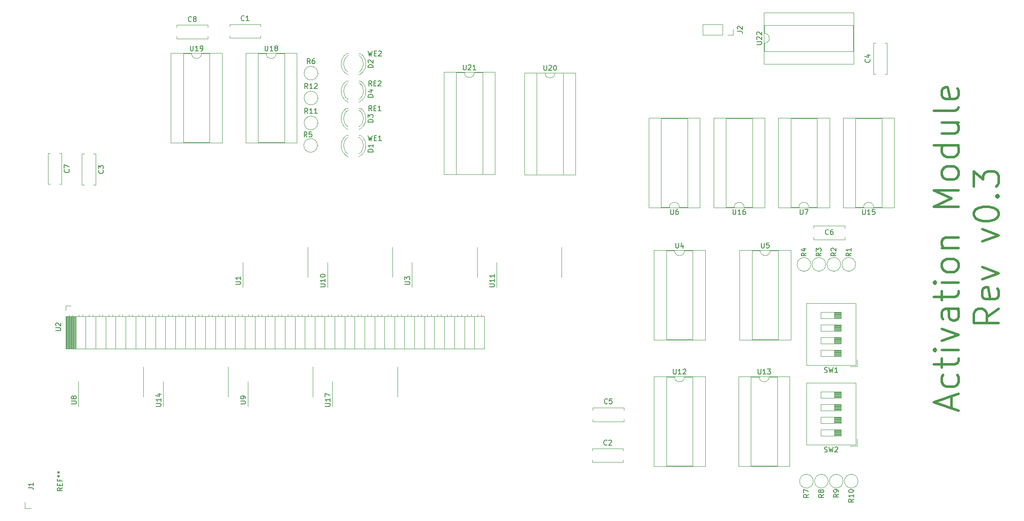
<source format=gto>
%TF.GenerationSoftware,KiCad,Pcbnew,6.0.1-79c1e3a40b~116~ubuntu21.10.1*%
%TF.CreationDate,2022-02-14T17:50:44+01:00*%
%TF.ProjectId,Activation_Module,41637469-7661-4746-996f-6e5f4d6f6475,v0.3*%
%TF.SameCoordinates,Original*%
%TF.FileFunction,Legend,Top*%
%TF.FilePolarity,Positive*%
%FSLAX46Y46*%
G04 Gerber Fmt 4.6, Leading zero omitted, Abs format (unit mm)*
G04 Created by KiCad (PCBNEW 6.0.1-79c1e3a40b~116~ubuntu21.10.1) date 2022-02-14 17:50:44*
%MOMM*%
%LPD*%
G01*
G04 APERTURE LIST*
%ADD10C,0.150000*%
%ADD11C,0.500000*%
%ADD12C,0.120000*%
G04 APERTURE END LIST*
D10*
X98642857Y-38452380D02*
X98880952Y-39452380D01*
X99071428Y-38738095D01*
X99261904Y-39452380D01*
X99500000Y-38452380D01*
X99880952Y-38928571D02*
X100214285Y-38928571D01*
X100357142Y-39452380D02*
X99880952Y-39452380D01*
X99880952Y-38452380D01*
X100357142Y-38452380D01*
X100738095Y-38547619D02*
X100785714Y-38500000D01*
X100880952Y-38452380D01*
X101119047Y-38452380D01*
X101214285Y-38500000D01*
X101261904Y-38547619D01*
X101309523Y-38642857D01*
X101309523Y-38738095D01*
X101261904Y-38880952D01*
X100690476Y-39452380D01*
X101309523Y-39452380D01*
X98642857Y-55452380D02*
X98880952Y-56452380D01*
X99071428Y-55738095D01*
X99261904Y-56452380D01*
X99500000Y-55452380D01*
X99880952Y-55928571D02*
X100214285Y-55928571D01*
X100357142Y-56452380D02*
X99880952Y-56452380D01*
X99880952Y-55452380D01*
X100357142Y-55452380D01*
X101309523Y-56452380D02*
X100738095Y-56452380D01*
X101023809Y-56452380D02*
X101023809Y-55452380D01*
X100928571Y-55595238D01*
X100833333Y-55690476D01*
X100738095Y-55738095D01*
X99380952Y-45452380D02*
X99047619Y-44976190D01*
X98809523Y-45452380D02*
X98809523Y-44452380D01*
X99190476Y-44452380D01*
X99285714Y-44500000D01*
X99333333Y-44547619D01*
X99380952Y-44642857D01*
X99380952Y-44785714D01*
X99333333Y-44880952D01*
X99285714Y-44928571D01*
X99190476Y-44976190D01*
X98809523Y-44976190D01*
X99809523Y-44928571D02*
X100142857Y-44928571D01*
X100285714Y-45452380D02*
X99809523Y-45452380D01*
X99809523Y-44452380D01*
X100285714Y-44452380D01*
X100666666Y-44547619D02*
X100714285Y-44500000D01*
X100809523Y-44452380D01*
X101047619Y-44452380D01*
X101142857Y-44500000D01*
X101190476Y-44547619D01*
X101238095Y-44642857D01*
X101238095Y-44738095D01*
X101190476Y-44880952D01*
X100619047Y-45452380D01*
X101238095Y-45452380D01*
X99380952Y-50452380D02*
X99047619Y-49976190D01*
X98809523Y-50452380D02*
X98809523Y-49452380D01*
X99190476Y-49452380D01*
X99285714Y-49500000D01*
X99333333Y-49547619D01*
X99380952Y-49642857D01*
X99380952Y-49785714D01*
X99333333Y-49880952D01*
X99285714Y-49928571D01*
X99190476Y-49976190D01*
X98809523Y-49976190D01*
X99809523Y-49928571D02*
X100142857Y-49928571D01*
X100285714Y-50452380D02*
X99809523Y-50452380D01*
X99809523Y-49452380D01*
X100285714Y-49452380D01*
X101238095Y-50452380D02*
X100666666Y-50452380D01*
X100952380Y-50452380D02*
X100952380Y-49452380D01*
X100857142Y-49595238D01*
X100761904Y-49690476D01*
X100666666Y-49738095D01*
D11*
X215808333Y-110261904D02*
X215808333Y-107880952D01*
X217236904Y-110738095D02*
X212236904Y-109071428D01*
X217236904Y-107404761D01*
X216998809Y-103595238D02*
X217236904Y-104071428D01*
X217236904Y-105023809D01*
X216998809Y-105500000D01*
X216760714Y-105738095D01*
X216284523Y-105976190D01*
X214855952Y-105976190D01*
X214379761Y-105738095D01*
X214141666Y-105500000D01*
X213903571Y-105023809D01*
X213903571Y-104071428D01*
X214141666Y-103595238D01*
X213903571Y-102166666D02*
X213903571Y-100261904D01*
X212236904Y-101452380D02*
X216522619Y-101452380D01*
X216998809Y-101214285D01*
X217236904Y-100738095D01*
X217236904Y-100261904D01*
X217236904Y-98595238D02*
X213903571Y-98595238D01*
X212236904Y-98595238D02*
X212475000Y-98833333D01*
X212713095Y-98595238D01*
X212475000Y-98357142D01*
X212236904Y-98595238D01*
X212713095Y-98595238D01*
X213903571Y-96690476D02*
X217236904Y-95500000D01*
X213903571Y-94309523D01*
X217236904Y-90261904D02*
X214617857Y-90261904D01*
X214141666Y-90500000D01*
X213903571Y-90976190D01*
X213903571Y-91928571D01*
X214141666Y-92404761D01*
X216998809Y-90261904D02*
X217236904Y-90738095D01*
X217236904Y-91928571D01*
X216998809Y-92404761D01*
X216522619Y-92642857D01*
X216046428Y-92642857D01*
X215570238Y-92404761D01*
X215332142Y-91928571D01*
X215332142Y-90738095D01*
X215094047Y-90261904D01*
X213903571Y-88595238D02*
X213903571Y-86690476D01*
X212236904Y-87880952D02*
X216522619Y-87880952D01*
X216998809Y-87642857D01*
X217236904Y-87166666D01*
X217236904Y-86690476D01*
X217236904Y-85023809D02*
X213903571Y-85023809D01*
X212236904Y-85023809D02*
X212475000Y-85261904D01*
X212713095Y-85023809D01*
X212475000Y-84785714D01*
X212236904Y-85023809D01*
X212713095Y-85023809D01*
X217236904Y-81928571D02*
X216998809Y-82404761D01*
X216760714Y-82642857D01*
X216284523Y-82880952D01*
X214855952Y-82880952D01*
X214379761Y-82642857D01*
X214141666Y-82404761D01*
X213903571Y-81928571D01*
X213903571Y-81214285D01*
X214141666Y-80738095D01*
X214379761Y-80500000D01*
X214855952Y-80261904D01*
X216284523Y-80261904D01*
X216760714Y-80500000D01*
X216998809Y-80738095D01*
X217236904Y-81214285D01*
X217236904Y-81928571D01*
X213903571Y-78119047D02*
X217236904Y-78119047D01*
X214379761Y-78119047D02*
X214141666Y-77880952D01*
X213903571Y-77404761D01*
X213903571Y-76690476D01*
X214141666Y-76214285D01*
X214617857Y-75976190D01*
X217236904Y-75976190D01*
X217236904Y-69785714D02*
X212236904Y-69785714D01*
X215808333Y-68119047D01*
X212236904Y-66452380D01*
X217236904Y-66452380D01*
X217236904Y-63357142D02*
X216998809Y-63833333D01*
X216760714Y-64071428D01*
X216284523Y-64309523D01*
X214855952Y-64309523D01*
X214379761Y-64071428D01*
X214141666Y-63833333D01*
X213903571Y-63357142D01*
X213903571Y-62642857D01*
X214141666Y-62166666D01*
X214379761Y-61928571D01*
X214855952Y-61690476D01*
X216284523Y-61690476D01*
X216760714Y-61928571D01*
X216998809Y-62166666D01*
X217236904Y-62642857D01*
X217236904Y-63357142D01*
X217236904Y-57404761D02*
X212236904Y-57404761D01*
X216998809Y-57404761D02*
X217236904Y-57880952D01*
X217236904Y-58833333D01*
X216998809Y-59309523D01*
X216760714Y-59547619D01*
X216284523Y-59785714D01*
X214855952Y-59785714D01*
X214379761Y-59547619D01*
X214141666Y-59309523D01*
X213903571Y-58833333D01*
X213903571Y-57880952D01*
X214141666Y-57404761D01*
X213903571Y-52880952D02*
X217236904Y-52880952D01*
X213903571Y-55023809D02*
X216522619Y-55023809D01*
X216998809Y-54785714D01*
X217236904Y-54309523D01*
X217236904Y-53595238D01*
X216998809Y-53119047D01*
X216760714Y-52880952D01*
X217236904Y-49785714D02*
X216998809Y-50261904D01*
X216522619Y-50500000D01*
X212236904Y-50500000D01*
X216998809Y-45976190D02*
X217236904Y-46452380D01*
X217236904Y-47404761D01*
X216998809Y-47880952D01*
X216522619Y-48119047D01*
X214617857Y-48119047D01*
X214141666Y-47880952D01*
X213903571Y-47404761D01*
X213903571Y-46452380D01*
X214141666Y-45976190D01*
X214617857Y-45738095D01*
X215094047Y-45738095D01*
X215570238Y-48119047D01*
X225286904Y-90261904D02*
X222905952Y-91928571D01*
X225286904Y-93119047D02*
X220286904Y-93119047D01*
X220286904Y-91214285D01*
X220525000Y-90738095D01*
X220763095Y-90500000D01*
X221239285Y-90261904D01*
X221953571Y-90261904D01*
X222429761Y-90500000D01*
X222667857Y-90738095D01*
X222905952Y-91214285D01*
X222905952Y-93119047D01*
X225048809Y-86214285D02*
X225286904Y-86690476D01*
X225286904Y-87642857D01*
X225048809Y-88119047D01*
X224572619Y-88357142D01*
X222667857Y-88357142D01*
X222191666Y-88119047D01*
X221953571Y-87642857D01*
X221953571Y-86690476D01*
X222191666Y-86214285D01*
X222667857Y-85976190D01*
X223144047Y-85976190D01*
X223620238Y-88357142D01*
X221953571Y-84309523D02*
X225286904Y-83119047D01*
X221953571Y-81928571D01*
X221953571Y-76690476D02*
X225286904Y-75500000D01*
X221953571Y-74309523D01*
X220286904Y-71452380D02*
X220286904Y-70976190D01*
X220525000Y-70500000D01*
X220763095Y-70261904D01*
X221239285Y-70023809D01*
X222191666Y-69785714D01*
X223382142Y-69785714D01*
X224334523Y-70023809D01*
X224810714Y-70261904D01*
X225048809Y-70500000D01*
X225286904Y-70976190D01*
X225286904Y-71452380D01*
X225048809Y-71928571D01*
X224810714Y-72166666D01*
X224334523Y-72404761D01*
X223382142Y-72642857D01*
X222191666Y-72642857D01*
X221239285Y-72404761D01*
X220763095Y-72166666D01*
X220525000Y-71928571D01*
X220286904Y-71452380D01*
X224810714Y-67642857D02*
X225048809Y-67404761D01*
X225286904Y-67642857D01*
X225048809Y-67880952D01*
X224810714Y-67642857D01*
X225286904Y-67642857D01*
X220286904Y-65738095D02*
X220286904Y-62642857D01*
X222191666Y-64309523D01*
X222191666Y-63595238D01*
X222429761Y-63119047D01*
X222667857Y-62880952D01*
X223144047Y-62642857D01*
X224334523Y-62642857D01*
X224810714Y-62880952D01*
X225048809Y-63119047D01*
X225286904Y-63595238D01*
X225286904Y-65023809D01*
X225048809Y-65500000D01*
X224810714Y-65738095D01*
D10*
%TO.C,U19*%
X62951904Y-37417380D02*
X62951904Y-38226904D01*
X62999523Y-38322142D01*
X63047142Y-38369761D01*
X63142380Y-38417380D01*
X63332857Y-38417380D01*
X63428095Y-38369761D01*
X63475714Y-38322142D01*
X63523333Y-38226904D01*
X63523333Y-37417380D01*
X64523333Y-38417380D02*
X63951904Y-38417380D01*
X64237619Y-38417380D02*
X64237619Y-37417380D01*
X64142380Y-37560238D01*
X64047142Y-37655476D01*
X63951904Y-37703095D01*
X64999523Y-38417380D02*
X65190000Y-38417380D01*
X65285238Y-38369761D01*
X65332857Y-38322142D01*
X65428095Y-38179285D01*
X65475714Y-37988809D01*
X65475714Y-37607857D01*
X65428095Y-37512619D01*
X65380476Y-37465000D01*
X65285238Y-37417380D01*
X65094761Y-37417380D01*
X64999523Y-37465000D01*
X64951904Y-37512619D01*
X64904285Y-37607857D01*
X64904285Y-37845952D01*
X64951904Y-37941190D01*
X64999523Y-37988809D01*
X65094761Y-38036428D01*
X65285238Y-38036428D01*
X65380476Y-37988809D01*
X65428095Y-37941190D01*
X65475714Y-37845952D01*
%TO.C,U6*%
X159408095Y-70327380D02*
X159408095Y-71136904D01*
X159455714Y-71232142D01*
X159503333Y-71279761D01*
X159598571Y-71327380D01*
X159789047Y-71327380D01*
X159884285Y-71279761D01*
X159931904Y-71232142D01*
X159979523Y-71136904D01*
X159979523Y-70327380D01*
X160884285Y-70327380D02*
X160693809Y-70327380D01*
X160598571Y-70375000D01*
X160550952Y-70422619D01*
X160455714Y-70565476D01*
X160408095Y-70755952D01*
X160408095Y-71136904D01*
X160455714Y-71232142D01*
X160503333Y-71279761D01*
X160598571Y-71327380D01*
X160789047Y-71327380D01*
X160884285Y-71279761D01*
X160931904Y-71232142D01*
X160979523Y-71136904D01*
X160979523Y-70898809D01*
X160931904Y-70803571D01*
X160884285Y-70755952D01*
X160789047Y-70708333D01*
X160598571Y-70708333D01*
X160503333Y-70755952D01*
X160455714Y-70803571D01*
X160408095Y-70898809D01*
%TO.C,D3*%
X99632380Y-52753095D02*
X98632380Y-52753095D01*
X98632380Y-52515000D01*
X98680000Y-52372142D01*
X98775238Y-52276904D01*
X98870476Y-52229285D01*
X99060952Y-52181666D01*
X99203809Y-52181666D01*
X99394285Y-52229285D01*
X99489523Y-52276904D01*
X99584761Y-52372142D01*
X99632380Y-52515000D01*
X99632380Y-52753095D01*
X98632380Y-51848333D02*
X98632380Y-51229285D01*
X99013333Y-51562619D01*
X99013333Y-51419761D01*
X99060952Y-51324523D01*
X99108571Y-51276904D01*
X99203809Y-51229285D01*
X99441904Y-51229285D01*
X99537142Y-51276904D01*
X99584761Y-51324523D01*
X99632380Y-51419761D01*
X99632380Y-51705476D01*
X99584761Y-51800714D01*
X99537142Y-51848333D01*
%TO.C,U5*%
X177628095Y-77042380D02*
X177628095Y-77851904D01*
X177675714Y-77947142D01*
X177723333Y-77994761D01*
X177818571Y-78042380D01*
X178009047Y-78042380D01*
X178104285Y-77994761D01*
X178151904Y-77947142D01*
X178199523Y-77851904D01*
X178199523Y-77042380D01*
X179151904Y-77042380D02*
X178675714Y-77042380D01*
X178628095Y-77518571D01*
X178675714Y-77470952D01*
X178770952Y-77423333D01*
X179009047Y-77423333D01*
X179104285Y-77470952D01*
X179151904Y-77518571D01*
X179199523Y-77613809D01*
X179199523Y-77851904D01*
X179151904Y-77947142D01*
X179104285Y-77994761D01*
X179009047Y-78042380D01*
X178770952Y-78042380D01*
X178675714Y-77994761D01*
X178628095Y-77947142D01*
%TO.C,U10*%
X89033334Y-85873095D02*
X89842858Y-85873095D01*
X89938096Y-85825476D01*
X89985715Y-85777857D01*
X90033334Y-85682619D01*
X90033334Y-85492142D01*
X89985715Y-85396904D01*
X89938096Y-85349285D01*
X89842858Y-85301666D01*
X89033334Y-85301666D01*
X90033334Y-84301666D02*
X90033334Y-84873095D01*
X90033334Y-84587380D02*
X89033334Y-84587380D01*
X89176192Y-84682619D01*
X89271430Y-84777857D01*
X89319049Y-84873095D01*
X89033334Y-83682619D02*
X89033334Y-83587380D01*
X89080954Y-83492142D01*
X89128573Y-83444523D01*
X89223811Y-83396904D01*
X89414287Y-83349285D01*
X89652382Y-83349285D01*
X89842858Y-83396904D01*
X89938096Y-83444523D01*
X89985715Y-83492142D01*
X90033334Y-83587380D01*
X90033334Y-83682619D01*
X89985715Y-83777857D01*
X89938096Y-83825476D01*
X89842858Y-83873095D01*
X89652382Y-83920714D01*
X89414287Y-83920714D01*
X89223811Y-83873095D01*
X89128573Y-83825476D01*
X89080954Y-83777857D01*
X89033334Y-83682619D01*
%TO.C,U7*%
X185408095Y-70327380D02*
X185408095Y-71136904D01*
X185455714Y-71232142D01*
X185503333Y-71279761D01*
X185598571Y-71327380D01*
X185789047Y-71327380D01*
X185884285Y-71279761D01*
X185931904Y-71232142D01*
X185979523Y-71136904D01*
X185979523Y-70327380D01*
X186360476Y-70327380D02*
X187027142Y-70327380D01*
X186598571Y-71327380D01*
%TO.C,R9*%
X193132380Y-127559294D02*
X192656190Y-127892628D01*
X193132380Y-128130723D02*
X192132380Y-128130723D01*
X192132380Y-127749770D01*
X192180000Y-127654532D01*
X192227619Y-127606913D01*
X192322857Y-127559294D01*
X192465714Y-127559294D01*
X192560952Y-127606913D01*
X192608571Y-127654532D01*
X192656190Y-127749770D01*
X192656190Y-128130723D01*
X193132380Y-127083104D02*
X193132380Y-126892628D01*
X193084761Y-126797389D01*
X193037142Y-126749770D01*
X192894285Y-126654532D01*
X192703809Y-126606913D01*
X192322857Y-126606913D01*
X192227619Y-126654532D01*
X192180000Y-126702151D01*
X192132380Y-126797389D01*
X192132380Y-126987866D01*
X192180000Y-127083104D01*
X192227619Y-127130723D01*
X192322857Y-127178342D01*
X192560952Y-127178342D01*
X192656190Y-127130723D01*
X192703809Y-127083104D01*
X192751428Y-126987866D01*
X192751428Y-126797389D01*
X192703809Y-126702151D01*
X192656190Y-126654532D01*
X192560952Y-126606913D01*
%TO.C,R10*%
X196132380Y-128535485D02*
X195656190Y-128868818D01*
X196132380Y-129106913D02*
X195132380Y-129106913D01*
X195132380Y-128725961D01*
X195180000Y-128630723D01*
X195227619Y-128583104D01*
X195322857Y-128535485D01*
X195465714Y-128535485D01*
X195560952Y-128583104D01*
X195608571Y-128630723D01*
X195656190Y-128725961D01*
X195656190Y-129106913D01*
X196132380Y-127583104D02*
X196132380Y-128154532D01*
X196132380Y-127868818D02*
X195132380Y-127868818D01*
X195275238Y-127964056D01*
X195370476Y-128059294D01*
X195418095Y-128154532D01*
X195132380Y-126964056D02*
X195132380Y-126868818D01*
X195180000Y-126773580D01*
X195227619Y-126725961D01*
X195322857Y-126678342D01*
X195513333Y-126630723D01*
X195751428Y-126630723D01*
X195941904Y-126678342D01*
X196037142Y-126725961D01*
X196084761Y-126773580D01*
X196132380Y-126868818D01*
X196132380Y-126964056D01*
X196084761Y-127059294D01*
X196037142Y-127106913D01*
X195941904Y-127154532D01*
X195751428Y-127202151D01*
X195513333Y-127202151D01*
X195322857Y-127154532D01*
X195227619Y-127106913D01*
X195180000Y-127059294D01*
X195132380Y-126964056D01*
%TO.C,R1*%
X195632380Y-79064294D02*
X195156190Y-79397628D01*
X195632380Y-79635723D02*
X194632380Y-79635723D01*
X194632380Y-79254770D01*
X194680000Y-79159532D01*
X194727619Y-79111913D01*
X194822857Y-79064294D01*
X194965714Y-79064294D01*
X195060952Y-79111913D01*
X195108571Y-79159532D01*
X195156190Y-79254770D01*
X195156190Y-79635723D01*
X195632380Y-78111913D02*
X195632380Y-78683342D01*
X195632380Y-78397628D02*
X194632380Y-78397628D01*
X194775238Y-78492866D01*
X194870476Y-78588104D01*
X194918095Y-78683342D01*
%TO.C,U4*%
X160428095Y-77042380D02*
X160428095Y-77851904D01*
X160475714Y-77947142D01*
X160523333Y-77994761D01*
X160618571Y-78042380D01*
X160809047Y-78042380D01*
X160904285Y-77994761D01*
X160951904Y-77947142D01*
X160999523Y-77851904D01*
X160999523Y-77042380D01*
X161904285Y-77375714D02*
X161904285Y-78042380D01*
X161666190Y-76994761D02*
X161428095Y-77709047D01*
X162047142Y-77709047D01*
%TO.C,U8*%
X39033334Y-109396904D02*
X39842858Y-109396904D01*
X39938096Y-109349285D01*
X39985715Y-109301666D01*
X40033334Y-109206428D01*
X40033334Y-109015952D01*
X39985715Y-108920714D01*
X39938096Y-108873095D01*
X39842858Y-108825476D01*
X39033334Y-108825476D01*
X39461906Y-108206428D02*
X39414287Y-108301666D01*
X39366668Y-108349285D01*
X39271430Y-108396904D01*
X39223811Y-108396904D01*
X39128573Y-108349285D01*
X39080954Y-108301666D01*
X39033334Y-108206428D01*
X39033334Y-108015952D01*
X39080954Y-107920714D01*
X39128573Y-107873095D01*
X39223811Y-107825476D01*
X39271430Y-107825476D01*
X39366668Y-107873095D01*
X39414287Y-107920714D01*
X39461906Y-108015952D01*
X39461906Y-108206428D01*
X39509525Y-108301666D01*
X39557144Y-108349285D01*
X39652382Y-108396904D01*
X39842858Y-108396904D01*
X39938096Y-108349285D01*
X39985715Y-108301666D01*
X40033334Y-108206428D01*
X40033334Y-108015952D01*
X39985715Y-107920714D01*
X39938096Y-107873095D01*
X39842858Y-107825476D01*
X39652382Y-107825476D01*
X39557144Y-107873095D01*
X39509525Y-107920714D01*
X39461906Y-108015952D01*
%TO.C,C5*%
X146713333Y-109277142D02*
X146665714Y-109324761D01*
X146522857Y-109372380D01*
X146427619Y-109372380D01*
X146284761Y-109324761D01*
X146189523Y-109229523D01*
X146141904Y-109134285D01*
X146094285Y-108943809D01*
X146094285Y-108800952D01*
X146141904Y-108610476D01*
X146189523Y-108515238D01*
X146284761Y-108420000D01*
X146427619Y-108372380D01*
X146522857Y-108372380D01*
X146665714Y-108420000D01*
X146713333Y-108467619D01*
X147618095Y-108372380D02*
X147141904Y-108372380D01*
X147094285Y-108848571D01*
X147141904Y-108800952D01*
X147237142Y-108753333D01*
X147475238Y-108753333D01*
X147570476Y-108800952D01*
X147618095Y-108848571D01*
X147665714Y-108943809D01*
X147665714Y-109181904D01*
X147618095Y-109277142D01*
X147570476Y-109324761D01*
X147475238Y-109372380D01*
X147237142Y-109372380D01*
X147141904Y-109324761D01*
X147094285Y-109277142D01*
%TO.C,U3*%
X106033334Y-85396904D02*
X106842858Y-85396904D01*
X106938096Y-85349285D01*
X106985715Y-85301666D01*
X107033334Y-85206428D01*
X107033334Y-85015952D01*
X106985715Y-84920714D01*
X106938096Y-84873095D01*
X106842858Y-84825476D01*
X106033334Y-84825476D01*
X106033334Y-84444523D02*
X106033334Y-83825476D01*
X106414287Y-84158809D01*
X106414287Y-84015952D01*
X106461906Y-83920714D01*
X106509525Y-83873095D01*
X106604763Y-83825476D01*
X106842858Y-83825476D01*
X106938096Y-83873095D01*
X106985715Y-83920714D01*
X107033334Y-84015952D01*
X107033334Y-84301666D01*
X106985715Y-84396904D01*
X106938096Y-84444523D01*
%TO.C,R3*%
X189632380Y-79064294D02*
X189156190Y-79397628D01*
X189632380Y-79635723D02*
X188632380Y-79635723D01*
X188632380Y-79254770D01*
X188680000Y-79159532D01*
X188727619Y-79111913D01*
X188822857Y-79064294D01*
X188965714Y-79064294D01*
X189060952Y-79111913D01*
X189108571Y-79159532D01*
X189156190Y-79254770D01*
X189156190Y-79635723D01*
X188632380Y-78730961D02*
X188632380Y-78111913D01*
X189013333Y-78445247D01*
X189013333Y-78302389D01*
X189060952Y-78207151D01*
X189108571Y-78159532D01*
X189203809Y-78111913D01*
X189441904Y-78111913D01*
X189537142Y-78159532D01*
X189584761Y-78207151D01*
X189632380Y-78302389D01*
X189632380Y-78588104D01*
X189584761Y-78683342D01*
X189537142Y-78730961D01*
%TO.C,R6*%
X87013333Y-41002380D02*
X86680000Y-40526190D01*
X86441904Y-41002380D02*
X86441904Y-40002380D01*
X86822857Y-40002380D01*
X86918095Y-40050000D01*
X86965714Y-40097619D01*
X87013333Y-40192857D01*
X87013333Y-40335714D01*
X86965714Y-40430952D01*
X86918095Y-40478571D01*
X86822857Y-40526190D01*
X86441904Y-40526190D01*
X87870476Y-40002380D02*
X87680000Y-40002380D01*
X87584761Y-40050000D01*
X87537142Y-40097619D01*
X87441904Y-40240476D01*
X87394285Y-40430952D01*
X87394285Y-40811904D01*
X87441904Y-40907142D01*
X87489523Y-40954761D01*
X87584761Y-41002380D01*
X87775238Y-41002380D01*
X87870476Y-40954761D01*
X87918095Y-40907142D01*
X87965714Y-40811904D01*
X87965714Y-40573809D01*
X87918095Y-40478571D01*
X87870476Y-40430952D01*
X87775238Y-40383333D01*
X87584761Y-40383333D01*
X87489523Y-40430952D01*
X87441904Y-40478571D01*
X87394285Y-40573809D01*
%TO.C,J1*%
X30432380Y-126253333D02*
X31146666Y-126253333D01*
X31289523Y-126300952D01*
X31384761Y-126396190D01*
X31432380Y-126539047D01*
X31432380Y-126634285D01*
X31432380Y-125253333D02*
X31432380Y-125824761D01*
X31432380Y-125539047D02*
X30432380Y-125539047D01*
X30575238Y-125634285D01*
X30670476Y-125729523D01*
X30718095Y-125824761D01*
X37232380Y-126253333D02*
X36756190Y-126586666D01*
X37232380Y-126824761D02*
X36232380Y-126824761D01*
X36232380Y-126443809D01*
X36280000Y-126348571D01*
X36327619Y-126300952D01*
X36422857Y-126253333D01*
X36565714Y-126253333D01*
X36660952Y-126300952D01*
X36708571Y-126348571D01*
X36756190Y-126443809D01*
X36756190Y-126824761D01*
X36708571Y-125824761D02*
X36708571Y-125491428D01*
X37232380Y-125348571D02*
X37232380Y-125824761D01*
X36232380Y-125824761D01*
X36232380Y-125348571D01*
X36708571Y-124586666D02*
X36708571Y-124920000D01*
X37232380Y-124920000D02*
X36232380Y-124920000D01*
X36232380Y-124443809D01*
X36232380Y-123920000D02*
X36470476Y-123920000D01*
X36375238Y-124158095D02*
X36470476Y-123920000D01*
X36375238Y-123681904D01*
X36660952Y-124062857D02*
X36470476Y-123920000D01*
X36660952Y-123777142D01*
X36232380Y-123158095D02*
X36470476Y-123158095D01*
X36375238Y-123396190D02*
X36470476Y-123158095D01*
X36375238Y-122920000D01*
X36660952Y-123300952D02*
X36470476Y-123158095D01*
X36660952Y-123015238D01*
%TO.C,D4*%
X99642380Y-47738095D02*
X98642380Y-47738095D01*
X98642380Y-47500000D01*
X98690000Y-47357142D01*
X98785238Y-47261904D01*
X98880476Y-47214285D01*
X99070952Y-47166666D01*
X99213809Y-47166666D01*
X99404285Y-47214285D01*
X99499523Y-47261904D01*
X99594761Y-47357142D01*
X99642380Y-47500000D01*
X99642380Y-47738095D01*
X98975714Y-46309523D02*
X99642380Y-46309523D01*
X98594761Y-46547619D02*
X99309047Y-46785714D01*
X99309047Y-46166666D01*
%TO.C,U11*%
X123033334Y-85873095D02*
X123842858Y-85873095D01*
X123938096Y-85825476D01*
X123985715Y-85777857D01*
X124033334Y-85682619D01*
X124033334Y-85492142D01*
X123985715Y-85396904D01*
X123938096Y-85349285D01*
X123842858Y-85301666D01*
X123033334Y-85301666D01*
X124033334Y-84301666D02*
X124033334Y-84873095D01*
X124033334Y-84587380D02*
X123033334Y-84587380D01*
X123176192Y-84682619D01*
X123271430Y-84777857D01*
X123319049Y-84873095D01*
X124033334Y-83349285D02*
X124033334Y-83920714D01*
X124033334Y-83635000D02*
X123033334Y-83635000D01*
X123176192Y-83730238D01*
X123271430Y-83825476D01*
X123319049Y-83920714D01*
%TO.C,U14*%
X56033334Y-109873095D02*
X56842858Y-109873095D01*
X56938096Y-109825476D01*
X56985715Y-109777857D01*
X57033334Y-109682619D01*
X57033334Y-109492142D01*
X56985715Y-109396904D01*
X56938096Y-109349285D01*
X56842858Y-109301666D01*
X56033334Y-109301666D01*
X57033334Y-108301666D02*
X57033334Y-108873095D01*
X57033334Y-108587380D02*
X56033334Y-108587380D01*
X56176192Y-108682619D01*
X56271430Y-108777857D01*
X56319049Y-108873095D01*
X56366668Y-107444523D02*
X57033334Y-107444523D01*
X55985715Y-107682619D02*
X56700001Y-107920714D01*
X56700001Y-107301666D01*
%TO.C,U20*%
X133951904Y-41342380D02*
X133951904Y-42151904D01*
X133999523Y-42247142D01*
X134047142Y-42294761D01*
X134142380Y-42342380D01*
X134332857Y-42342380D01*
X134428095Y-42294761D01*
X134475714Y-42247142D01*
X134523333Y-42151904D01*
X134523333Y-41342380D01*
X134951904Y-41437619D02*
X134999523Y-41390000D01*
X135094761Y-41342380D01*
X135332857Y-41342380D01*
X135428095Y-41390000D01*
X135475714Y-41437619D01*
X135523333Y-41532857D01*
X135523333Y-41628095D01*
X135475714Y-41770952D01*
X134904285Y-42342380D01*
X135523333Y-42342380D01*
X136142380Y-41342380D02*
X136237619Y-41342380D01*
X136332857Y-41390000D01*
X136380476Y-41437619D01*
X136428095Y-41532857D01*
X136475714Y-41723333D01*
X136475714Y-41961428D01*
X136428095Y-42151904D01*
X136380476Y-42247142D01*
X136332857Y-42294761D01*
X136237619Y-42342380D01*
X136142380Y-42342380D01*
X136047142Y-42294761D01*
X135999523Y-42247142D01*
X135951904Y-42151904D01*
X135904285Y-41961428D01*
X135904285Y-41723333D01*
X135951904Y-41532857D01*
X135999523Y-41437619D01*
X136047142Y-41390000D01*
X136142380Y-41342380D01*
%TO.C,R12*%
X86537142Y-46002380D02*
X86203809Y-45526190D01*
X85965714Y-46002380D02*
X85965714Y-45002380D01*
X86346666Y-45002380D01*
X86441904Y-45050000D01*
X86489523Y-45097619D01*
X86537142Y-45192857D01*
X86537142Y-45335714D01*
X86489523Y-45430952D01*
X86441904Y-45478571D01*
X86346666Y-45526190D01*
X85965714Y-45526190D01*
X87489523Y-46002380D02*
X86918095Y-46002380D01*
X87203809Y-46002380D02*
X87203809Y-45002380D01*
X87108571Y-45145238D01*
X87013333Y-45240476D01*
X86918095Y-45288095D01*
X87870476Y-45097619D02*
X87918095Y-45050000D01*
X88013333Y-45002380D01*
X88251428Y-45002380D01*
X88346666Y-45050000D01*
X88394285Y-45097619D01*
X88441904Y-45192857D01*
X88441904Y-45288095D01*
X88394285Y-45430952D01*
X87822857Y-46002380D01*
X88441904Y-46002380D01*
%TO.C,U17*%
X90033334Y-109873095D02*
X90842858Y-109873095D01*
X90938096Y-109825476D01*
X90985715Y-109777857D01*
X91033334Y-109682619D01*
X91033334Y-109492142D01*
X90985715Y-109396904D01*
X90938096Y-109349285D01*
X90842858Y-109301666D01*
X90033334Y-109301666D01*
X91033334Y-108301666D02*
X91033334Y-108873095D01*
X91033334Y-108587380D02*
X90033334Y-108587380D01*
X90176192Y-108682619D01*
X90271430Y-108777857D01*
X90319049Y-108873095D01*
X90033334Y-107968333D02*
X90033334Y-107301666D01*
X91033334Y-107730238D01*
%TO.C,R5*%
X86387333Y-55740380D02*
X86054000Y-55264190D01*
X85815904Y-55740380D02*
X85815904Y-54740380D01*
X86196857Y-54740380D01*
X86292095Y-54788000D01*
X86339714Y-54835619D01*
X86387333Y-54930857D01*
X86387333Y-55073714D01*
X86339714Y-55168952D01*
X86292095Y-55216571D01*
X86196857Y-55264190D01*
X85815904Y-55264190D01*
X87292095Y-54740380D02*
X86815904Y-54740380D01*
X86768285Y-55216571D01*
X86815904Y-55168952D01*
X86911142Y-55121333D01*
X87149238Y-55121333D01*
X87244476Y-55168952D01*
X87292095Y-55216571D01*
X87339714Y-55311809D01*
X87339714Y-55549904D01*
X87292095Y-55645142D01*
X87244476Y-55692761D01*
X87149238Y-55740380D01*
X86911142Y-55740380D01*
X86815904Y-55692761D01*
X86768285Y-55645142D01*
%TO.C,U2*%
X35903334Y-94691904D02*
X36712858Y-94691904D01*
X36808096Y-94644285D01*
X36855715Y-94596666D01*
X36903334Y-94501428D01*
X36903334Y-94310952D01*
X36855715Y-94215714D01*
X36808096Y-94168095D01*
X36712858Y-94120476D01*
X35903334Y-94120476D01*
X35998573Y-93691904D02*
X35950954Y-93644285D01*
X35903334Y-93549047D01*
X35903334Y-93310952D01*
X35950954Y-93215714D01*
X35998573Y-93168095D01*
X36093811Y-93120476D01*
X36189049Y-93120476D01*
X36331906Y-93168095D01*
X36903334Y-93739523D01*
X36903334Y-93120476D01*
%TO.C,U16*%
X171931904Y-70327380D02*
X171931904Y-71136904D01*
X171979523Y-71232142D01*
X172027142Y-71279761D01*
X172122380Y-71327380D01*
X172312857Y-71327380D01*
X172408095Y-71279761D01*
X172455714Y-71232142D01*
X172503333Y-71136904D01*
X172503333Y-70327380D01*
X173503333Y-71327380D02*
X172931904Y-71327380D01*
X173217619Y-71327380D02*
X173217619Y-70327380D01*
X173122380Y-70470238D01*
X173027142Y-70565476D01*
X172931904Y-70613095D01*
X174360476Y-70327380D02*
X174170000Y-70327380D01*
X174074761Y-70375000D01*
X174027142Y-70422619D01*
X173931904Y-70565476D01*
X173884285Y-70755952D01*
X173884285Y-71136904D01*
X173931904Y-71232142D01*
X173979523Y-71279761D01*
X174074761Y-71327380D01*
X174265238Y-71327380D01*
X174360476Y-71279761D01*
X174408095Y-71232142D01*
X174455714Y-71136904D01*
X174455714Y-70898809D01*
X174408095Y-70803571D01*
X174360476Y-70755952D01*
X174265238Y-70708333D01*
X174074761Y-70708333D01*
X173979523Y-70755952D01*
X173931904Y-70803571D01*
X173884285Y-70898809D01*
%TO.C,U13*%
X176951904Y-102417380D02*
X176951904Y-103226904D01*
X176999523Y-103322142D01*
X177047142Y-103369761D01*
X177142380Y-103417380D01*
X177332857Y-103417380D01*
X177428095Y-103369761D01*
X177475714Y-103322142D01*
X177523333Y-103226904D01*
X177523333Y-102417380D01*
X178523333Y-103417380D02*
X177951904Y-103417380D01*
X178237619Y-103417380D02*
X178237619Y-102417380D01*
X178142380Y-102560238D01*
X178047142Y-102655476D01*
X177951904Y-102703095D01*
X178856666Y-102417380D02*
X179475714Y-102417380D01*
X179142380Y-102798333D01*
X179285238Y-102798333D01*
X179380476Y-102845952D01*
X179428095Y-102893571D01*
X179475714Y-102988809D01*
X179475714Y-103226904D01*
X179428095Y-103322142D01*
X179380476Y-103369761D01*
X179285238Y-103417380D01*
X178999523Y-103417380D01*
X178904285Y-103369761D01*
X178856666Y-103322142D01*
%TO.C,R2*%
X192632380Y-79019294D02*
X192156190Y-79352628D01*
X192632380Y-79590723D02*
X191632380Y-79590723D01*
X191632380Y-79209770D01*
X191680000Y-79114532D01*
X191727619Y-79066913D01*
X191822857Y-79019294D01*
X191965714Y-79019294D01*
X192060952Y-79066913D01*
X192108571Y-79114532D01*
X192156190Y-79209770D01*
X192156190Y-79590723D01*
X191727619Y-78638342D02*
X191680000Y-78590723D01*
X191632380Y-78495485D01*
X191632380Y-78257389D01*
X191680000Y-78162151D01*
X191727619Y-78114532D01*
X191822857Y-78066913D01*
X191918095Y-78066913D01*
X192060952Y-78114532D01*
X192632380Y-78685961D01*
X192632380Y-78066913D01*
%TO.C,J2*%
X172832380Y-34479333D02*
X173546666Y-34479333D01*
X173689523Y-34526952D01*
X173784761Y-34622190D01*
X173832380Y-34765047D01*
X173832380Y-34860285D01*
X172927619Y-34050761D02*
X172880000Y-34003142D01*
X172832380Y-33907904D01*
X172832380Y-33669809D01*
X172880000Y-33574571D01*
X172927619Y-33526952D01*
X173022857Y-33479333D01*
X173118095Y-33479333D01*
X173260952Y-33526952D01*
X173832380Y-34098380D01*
X173832380Y-33479333D01*
%TO.C,D1*%
X99622380Y-58738095D02*
X98622380Y-58738095D01*
X98622380Y-58500000D01*
X98670000Y-58357142D01*
X98765238Y-58261904D01*
X98860476Y-58214285D01*
X99050952Y-58166666D01*
X99193809Y-58166666D01*
X99384285Y-58214285D01*
X99479523Y-58261904D01*
X99574761Y-58357142D01*
X99622380Y-58500000D01*
X99622380Y-58738095D01*
X99622380Y-57214285D02*
X99622380Y-57785714D01*
X99622380Y-57500000D02*
X98622380Y-57500000D01*
X98765238Y-57595238D01*
X98860476Y-57690476D01*
X98908095Y-57785714D01*
%TO.C,SW2*%
X190304166Y-119022389D02*
X190447023Y-119070008D01*
X190685119Y-119070008D01*
X190780357Y-119022389D01*
X190827976Y-118974770D01*
X190875595Y-118879532D01*
X190875595Y-118784294D01*
X190827976Y-118689056D01*
X190780357Y-118641437D01*
X190685119Y-118593818D01*
X190494642Y-118546199D01*
X190399404Y-118498580D01*
X190351785Y-118450961D01*
X190304166Y-118355723D01*
X190304166Y-118260485D01*
X190351785Y-118165247D01*
X190399404Y-118117628D01*
X190494642Y-118070008D01*
X190732738Y-118070008D01*
X190875595Y-118117628D01*
X191208928Y-118070008D02*
X191447023Y-119070008D01*
X191637500Y-118355723D01*
X191827976Y-119070008D01*
X192066071Y-118070008D01*
X192399404Y-118165247D02*
X192447023Y-118117628D01*
X192542261Y-118070008D01*
X192780357Y-118070008D01*
X192875595Y-118117628D01*
X192923214Y-118165247D01*
X192970833Y-118260485D01*
X192970833Y-118355723D01*
X192923214Y-118498580D01*
X192351785Y-119070008D01*
X192970833Y-119070008D01*
%TO.C,U22*%
X176677380Y-37148095D02*
X177486904Y-37148095D01*
X177582142Y-37100476D01*
X177629761Y-37052857D01*
X177677380Y-36957619D01*
X177677380Y-36767142D01*
X177629761Y-36671904D01*
X177582142Y-36624285D01*
X177486904Y-36576666D01*
X176677380Y-36576666D01*
X176772619Y-36148095D02*
X176725000Y-36100476D01*
X176677380Y-36005238D01*
X176677380Y-35767142D01*
X176725000Y-35671904D01*
X176772619Y-35624285D01*
X176867857Y-35576666D01*
X176963095Y-35576666D01*
X177105952Y-35624285D01*
X177677380Y-36195714D01*
X177677380Y-35576666D01*
X176772619Y-35195714D02*
X176725000Y-35148095D01*
X176677380Y-35052857D01*
X176677380Y-34814761D01*
X176725000Y-34719523D01*
X176772619Y-34671904D01*
X176867857Y-34624285D01*
X176963095Y-34624285D01*
X177105952Y-34671904D01*
X177677380Y-35243333D01*
X177677380Y-34624285D01*
%TO.C,U18*%
X77951904Y-37417380D02*
X77951904Y-38226904D01*
X77999523Y-38322142D01*
X78047142Y-38369761D01*
X78142380Y-38417380D01*
X78332857Y-38417380D01*
X78428095Y-38369761D01*
X78475714Y-38322142D01*
X78523333Y-38226904D01*
X78523333Y-37417380D01*
X79523333Y-38417380D02*
X78951904Y-38417380D01*
X79237619Y-38417380D02*
X79237619Y-37417380D01*
X79142380Y-37560238D01*
X79047142Y-37655476D01*
X78951904Y-37703095D01*
X80094761Y-37845952D02*
X79999523Y-37798333D01*
X79951904Y-37750714D01*
X79904285Y-37655476D01*
X79904285Y-37607857D01*
X79951904Y-37512619D01*
X79999523Y-37465000D01*
X80094761Y-37417380D01*
X80285238Y-37417380D01*
X80380476Y-37465000D01*
X80428095Y-37512619D01*
X80475714Y-37607857D01*
X80475714Y-37655476D01*
X80428095Y-37750714D01*
X80380476Y-37798333D01*
X80285238Y-37845952D01*
X80094761Y-37845952D01*
X79999523Y-37893571D01*
X79951904Y-37941190D01*
X79904285Y-38036428D01*
X79904285Y-38226904D01*
X79951904Y-38322142D01*
X79999523Y-38369761D01*
X80094761Y-38417380D01*
X80285238Y-38417380D01*
X80380476Y-38369761D01*
X80428095Y-38322142D01*
X80475714Y-38226904D01*
X80475714Y-38036428D01*
X80428095Y-37941190D01*
X80380476Y-37893571D01*
X80285238Y-37845952D01*
%TO.C,U1*%
X72033334Y-85396904D02*
X72842858Y-85396904D01*
X72938096Y-85349285D01*
X72985715Y-85301666D01*
X73033334Y-85206428D01*
X73033334Y-85015952D01*
X72985715Y-84920714D01*
X72938096Y-84873095D01*
X72842858Y-84825476D01*
X72033334Y-84825476D01*
X73033334Y-83825476D02*
X73033334Y-84396904D01*
X73033334Y-84111190D02*
X72033334Y-84111190D01*
X72176192Y-84206428D01*
X72271430Y-84301666D01*
X72319049Y-84396904D01*
%TO.C,R8*%
X190132380Y-127604294D02*
X189656190Y-127937628D01*
X190132380Y-128175723D02*
X189132380Y-128175723D01*
X189132380Y-127794770D01*
X189180000Y-127699532D01*
X189227619Y-127651913D01*
X189322857Y-127604294D01*
X189465714Y-127604294D01*
X189560952Y-127651913D01*
X189608571Y-127699532D01*
X189656190Y-127794770D01*
X189656190Y-128175723D01*
X189560952Y-127032866D02*
X189513333Y-127128104D01*
X189465714Y-127175723D01*
X189370476Y-127223342D01*
X189322857Y-127223342D01*
X189227619Y-127175723D01*
X189180000Y-127128104D01*
X189132380Y-127032866D01*
X189132380Y-126842389D01*
X189180000Y-126747151D01*
X189227619Y-126699532D01*
X189322857Y-126651913D01*
X189370476Y-126651913D01*
X189465714Y-126699532D01*
X189513333Y-126747151D01*
X189560952Y-126842389D01*
X189560952Y-127032866D01*
X189608571Y-127128104D01*
X189656190Y-127175723D01*
X189751428Y-127223342D01*
X189941904Y-127223342D01*
X190037142Y-127175723D01*
X190084761Y-127128104D01*
X190132380Y-127032866D01*
X190132380Y-126842389D01*
X190084761Y-126747151D01*
X190037142Y-126699532D01*
X189941904Y-126651913D01*
X189751428Y-126651913D01*
X189656190Y-126699532D01*
X189608571Y-126747151D01*
X189560952Y-126842389D01*
%TO.C,U9*%
X73033334Y-109396904D02*
X73842858Y-109396904D01*
X73938096Y-109349285D01*
X73985715Y-109301666D01*
X74033334Y-109206428D01*
X74033334Y-109015952D01*
X73985715Y-108920714D01*
X73938096Y-108873095D01*
X73842858Y-108825476D01*
X73033334Y-108825476D01*
X74033334Y-108301666D02*
X74033334Y-108111190D01*
X73985715Y-108015952D01*
X73938096Y-107968333D01*
X73795239Y-107873095D01*
X73604763Y-107825476D01*
X73223811Y-107825476D01*
X73128573Y-107873095D01*
X73080954Y-107920714D01*
X73033334Y-108015952D01*
X73033334Y-108206428D01*
X73080954Y-108301666D01*
X73128573Y-108349285D01*
X73223811Y-108396904D01*
X73461906Y-108396904D01*
X73557144Y-108349285D01*
X73604763Y-108301666D01*
X73652382Y-108206428D01*
X73652382Y-108015952D01*
X73604763Y-107920714D01*
X73557144Y-107873095D01*
X73461906Y-107825476D01*
%TO.C,C2*%
X146613333Y-117587142D02*
X146565714Y-117634761D01*
X146422857Y-117682380D01*
X146327619Y-117682380D01*
X146184761Y-117634761D01*
X146089523Y-117539523D01*
X146041904Y-117444285D01*
X145994285Y-117253809D01*
X145994285Y-117110952D01*
X146041904Y-116920476D01*
X146089523Y-116825238D01*
X146184761Y-116730000D01*
X146327619Y-116682380D01*
X146422857Y-116682380D01*
X146565714Y-116730000D01*
X146613333Y-116777619D01*
X146994285Y-116777619D02*
X147041904Y-116730000D01*
X147137142Y-116682380D01*
X147375238Y-116682380D01*
X147470476Y-116730000D01*
X147518095Y-116777619D01*
X147565714Y-116872857D01*
X147565714Y-116968095D01*
X147518095Y-117110952D01*
X146946666Y-117682380D01*
X147565714Y-117682380D01*
%TO.C,C1*%
X73783333Y-32277142D02*
X73735714Y-32324761D01*
X73592857Y-32372380D01*
X73497619Y-32372380D01*
X73354761Y-32324761D01*
X73259523Y-32229523D01*
X73211904Y-32134285D01*
X73164285Y-31943809D01*
X73164285Y-31800952D01*
X73211904Y-31610476D01*
X73259523Y-31515238D01*
X73354761Y-31420000D01*
X73497619Y-31372380D01*
X73592857Y-31372380D01*
X73735714Y-31420000D01*
X73783333Y-31467619D01*
X74735714Y-32372380D02*
X74164285Y-32372380D01*
X74450000Y-32372380D02*
X74450000Y-31372380D01*
X74354761Y-31515238D01*
X74259523Y-31610476D01*
X74164285Y-31658095D01*
%TO.C,U12*%
X159951904Y-102417380D02*
X159951904Y-103226904D01*
X159999523Y-103322142D01*
X160047142Y-103369761D01*
X160142380Y-103417380D01*
X160332857Y-103417380D01*
X160428095Y-103369761D01*
X160475714Y-103322142D01*
X160523333Y-103226904D01*
X160523333Y-102417380D01*
X161523333Y-103417380D02*
X160951904Y-103417380D01*
X161237619Y-103417380D02*
X161237619Y-102417380D01*
X161142380Y-102560238D01*
X161047142Y-102655476D01*
X160951904Y-102703095D01*
X161904285Y-102512619D02*
X161951904Y-102465000D01*
X162047142Y-102417380D01*
X162285238Y-102417380D01*
X162380476Y-102465000D01*
X162428095Y-102512619D01*
X162475714Y-102607857D01*
X162475714Y-102703095D01*
X162428095Y-102845952D01*
X161856666Y-103417380D01*
X162475714Y-103417380D01*
%TO.C,C7*%
X38537142Y-62286666D02*
X38584761Y-62334285D01*
X38632380Y-62477142D01*
X38632380Y-62572380D01*
X38584761Y-62715238D01*
X38489523Y-62810476D01*
X38394285Y-62858095D01*
X38203809Y-62905714D01*
X38060952Y-62905714D01*
X37870476Y-62858095D01*
X37775238Y-62810476D01*
X37680000Y-62715238D01*
X37632380Y-62572380D01*
X37632380Y-62477142D01*
X37680000Y-62334285D01*
X37727619Y-62286666D01*
X37632380Y-61953333D02*
X37632380Y-61286666D01*
X38632380Y-61715238D01*
%TO.C,C4*%
X199357142Y-40136666D02*
X199404761Y-40184285D01*
X199452380Y-40327142D01*
X199452380Y-40422380D01*
X199404761Y-40565238D01*
X199309523Y-40660476D01*
X199214285Y-40708095D01*
X199023809Y-40755714D01*
X198880952Y-40755714D01*
X198690476Y-40708095D01*
X198595238Y-40660476D01*
X198500000Y-40565238D01*
X198452380Y-40422380D01*
X198452380Y-40327142D01*
X198500000Y-40184285D01*
X198547619Y-40136666D01*
X198785714Y-39279523D02*
X199452380Y-39279523D01*
X198404761Y-39517619D02*
X199119047Y-39755714D01*
X199119047Y-39136666D01*
%TO.C,C3*%
X45397142Y-62436666D02*
X45444761Y-62484285D01*
X45492380Y-62627142D01*
X45492380Y-62722380D01*
X45444761Y-62865238D01*
X45349523Y-62960476D01*
X45254285Y-63008095D01*
X45063809Y-63055714D01*
X44920952Y-63055714D01*
X44730476Y-63008095D01*
X44635238Y-62960476D01*
X44540000Y-62865238D01*
X44492380Y-62722380D01*
X44492380Y-62627142D01*
X44540000Y-62484285D01*
X44587619Y-62436666D01*
X44492380Y-62103333D02*
X44492380Y-61484285D01*
X44873333Y-61817619D01*
X44873333Y-61674761D01*
X44920952Y-61579523D01*
X44968571Y-61531904D01*
X45063809Y-61484285D01*
X45301904Y-61484285D01*
X45397142Y-61531904D01*
X45444761Y-61579523D01*
X45492380Y-61674761D01*
X45492380Y-61960476D01*
X45444761Y-62055714D01*
X45397142Y-62103333D01*
%TO.C,D2*%
X99632380Y-41778095D02*
X98632380Y-41778095D01*
X98632380Y-41540000D01*
X98680000Y-41397142D01*
X98775238Y-41301904D01*
X98870476Y-41254285D01*
X99060952Y-41206666D01*
X99203809Y-41206666D01*
X99394285Y-41254285D01*
X99489523Y-41301904D01*
X99584761Y-41397142D01*
X99632380Y-41540000D01*
X99632380Y-41778095D01*
X98727619Y-40825714D02*
X98680000Y-40778095D01*
X98632380Y-40682857D01*
X98632380Y-40444761D01*
X98680000Y-40349523D01*
X98727619Y-40301904D01*
X98822857Y-40254285D01*
X98918095Y-40254285D01*
X99060952Y-40301904D01*
X99632380Y-40873333D01*
X99632380Y-40254285D01*
%TO.C,SW1*%
X190304166Y-103022389D02*
X190447023Y-103070008D01*
X190685119Y-103070008D01*
X190780357Y-103022389D01*
X190827976Y-102974770D01*
X190875595Y-102879532D01*
X190875595Y-102784294D01*
X190827976Y-102689056D01*
X190780357Y-102641437D01*
X190685119Y-102593818D01*
X190494642Y-102546199D01*
X190399404Y-102498580D01*
X190351785Y-102450961D01*
X190304166Y-102355723D01*
X190304166Y-102260485D01*
X190351785Y-102165247D01*
X190399404Y-102117628D01*
X190494642Y-102070008D01*
X190732738Y-102070008D01*
X190875595Y-102117628D01*
X191208928Y-102070008D02*
X191447023Y-103070008D01*
X191637500Y-102355723D01*
X191827976Y-103070008D01*
X192066071Y-102070008D01*
X192970833Y-103070008D02*
X192399404Y-103070008D01*
X192685119Y-103070008D02*
X192685119Y-102070008D01*
X192589880Y-102212866D01*
X192494642Y-102308104D01*
X192399404Y-102355723D01*
%TO.C,C8*%
X63163333Y-32457142D02*
X63115714Y-32504761D01*
X62972857Y-32552380D01*
X62877619Y-32552380D01*
X62734761Y-32504761D01*
X62639523Y-32409523D01*
X62591904Y-32314285D01*
X62544285Y-32123809D01*
X62544285Y-31980952D01*
X62591904Y-31790476D01*
X62639523Y-31695238D01*
X62734761Y-31600000D01*
X62877619Y-31552380D01*
X62972857Y-31552380D01*
X63115714Y-31600000D01*
X63163333Y-31647619D01*
X63734761Y-31980952D02*
X63639523Y-31933333D01*
X63591904Y-31885714D01*
X63544285Y-31790476D01*
X63544285Y-31742857D01*
X63591904Y-31647619D01*
X63639523Y-31600000D01*
X63734761Y-31552380D01*
X63925238Y-31552380D01*
X64020476Y-31600000D01*
X64068095Y-31647619D01*
X64115714Y-31742857D01*
X64115714Y-31790476D01*
X64068095Y-31885714D01*
X64020476Y-31933333D01*
X63925238Y-31980952D01*
X63734761Y-31980952D01*
X63639523Y-32028571D01*
X63591904Y-32076190D01*
X63544285Y-32171428D01*
X63544285Y-32361904D01*
X63591904Y-32457142D01*
X63639523Y-32504761D01*
X63734761Y-32552380D01*
X63925238Y-32552380D01*
X64020476Y-32504761D01*
X64068095Y-32457142D01*
X64115714Y-32361904D01*
X64115714Y-32171428D01*
X64068095Y-32076190D01*
X64020476Y-32028571D01*
X63925238Y-31980952D01*
%TO.C,U21*%
X117751904Y-41242380D02*
X117751904Y-42051904D01*
X117799523Y-42147142D01*
X117847142Y-42194761D01*
X117942380Y-42242380D01*
X118132857Y-42242380D01*
X118228095Y-42194761D01*
X118275714Y-42147142D01*
X118323333Y-42051904D01*
X118323333Y-41242380D01*
X118751904Y-41337619D02*
X118799523Y-41290000D01*
X118894761Y-41242380D01*
X119132857Y-41242380D01*
X119228095Y-41290000D01*
X119275714Y-41337619D01*
X119323333Y-41432857D01*
X119323333Y-41528095D01*
X119275714Y-41670952D01*
X118704285Y-42242380D01*
X119323333Y-42242380D01*
X120275714Y-42242380D02*
X119704285Y-42242380D01*
X119990000Y-42242380D02*
X119990000Y-41242380D01*
X119894761Y-41385238D01*
X119799523Y-41480476D01*
X119704285Y-41528095D01*
%TO.C,R11*%
X86537142Y-51002380D02*
X86203809Y-50526190D01*
X85965714Y-51002380D02*
X85965714Y-50002380D01*
X86346666Y-50002380D01*
X86441904Y-50050000D01*
X86489523Y-50097619D01*
X86537142Y-50192857D01*
X86537142Y-50335714D01*
X86489523Y-50430952D01*
X86441904Y-50478571D01*
X86346666Y-50526190D01*
X85965714Y-50526190D01*
X87489523Y-51002380D02*
X86918095Y-51002380D01*
X87203809Y-51002380D02*
X87203809Y-50002380D01*
X87108571Y-50145238D01*
X87013333Y-50240476D01*
X86918095Y-50288095D01*
X88441904Y-51002380D02*
X87870476Y-51002380D01*
X88156190Y-51002380D02*
X88156190Y-50002380D01*
X88060952Y-50145238D01*
X87965714Y-50240476D01*
X87870476Y-50288095D01*
%TO.C,R7*%
X187132380Y-127604294D02*
X186656190Y-127937628D01*
X187132380Y-128175723D02*
X186132380Y-128175723D01*
X186132380Y-127794770D01*
X186180000Y-127699532D01*
X186227619Y-127651913D01*
X186322857Y-127604294D01*
X186465714Y-127604294D01*
X186560952Y-127651913D01*
X186608571Y-127699532D01*
X186656190Y-127794770D01*
X186656190Y-128175723D01*
X186132380Y-127270961D02*
X186132380Y-126604294D01*
X187132380Y-127032866D01*
%TO.C,U15*%
X197931904Y-70327380D02*
X197931904Y-71136904D01*
X197979523Y-71232142D01*
X198027142Y-71279761D01*
X198122380Y-71327380D01*
X198312857Y-71327380D01*
X198408095Y-71279761D01*
X198455714Y-71232142D01*
X198503333Y-71136904D01*
X198503333Y-70327380D01*
X199503333Y-71327380D02*
X198931904Y-71327380D01*
X199217619Y-71327380D02*
X199217619Y-70327380D01*
X199122380Y-70470238D01*
X199027142Y-70565476D01*
X198931904Y-70613095D01*
X200408095Y-70327380D02*
X199931904Y-70327380D01*
X199884285Y-70803571D01*
X199931904Y-70755952D01*
X200027142Y-70708333D01*
X200265238Y-70708333D01*
X200360476Y-70755952D01*
X200408095Y-70803571D01*
X200455714Y-70898809D01*
X200455714Y-71136904D01*
X200408095Y-71232142D01*
X200360476Y-71279761D01*
X200265238Y-71327380D01*
X200027142Y-71327380D01*
X199931904Y-71279761D01*
X199884285Y-71232142D01*
%TO.C,R4*%
X186632380Y-79069294D02*
X186156190Y-79402628D01*
X186632380Y-79640723D02*
X185632380Y-79640723D01*
X185632380Y-79259770D01*
X185680000Y-79164532D01*
X185727619Y-79116913D01*
X185822857Y-79069294D01*
X185965714Y-79069294D01*
X186060952Y-79116913D01*
X186108571Y-79164532D01*
X186156190Y-79259770D01*
X186156190Y-79640723D01*
X185965714Y-78212151D02*
X186632380Y-78212151D01*
X185584761Y-78450247D02*
X186299047Y-78688342D01*
X186299047Y-78069294D01*
%TO.C,C6*%
X191113333Y-75277142D02*
X191065714Y-75324761D01*
X190922857Y-75372380D01*
X190827619Y-75372380D01*
X190684761Y-75324761D01*
X190589523Y-75229523D01*
X190541904Y-75134285D01*
X190494285Y-74943809D01*
X190494285Y-74800952D01*
X190541904Y-74610476D01*
X190589523Y-74515238D01*
X190684761Y-74420000D01*
X190827619Y-74372380D01*
X190922857Y-74372380D01*
X191065714Y-74420000D01*
X191113333Y-74467619D01*
X191970476Y-74372380D02*
X191780000Y-74372380D01*
X191684761Y-74420000D01*
X191637142Y-74467619D01*
X191541904Y-74610476D01*
X191494285Y-74800952D01*
X191494285Y-75181904D01*
X191541904Y-75277142D01*
X191589523Y-75324761D01*
X191684761Y-75372380D01*
X191875238Y-75372380D01*
X191970476Y-75324761D01*
X192018095Y-75277142D01*
X192065714Y-75181904D01*
X192065714Y-74943809D01*
X192018095Y-74848571D01*
X191970476Y-74800952D01*
X191875238Y-74753333D01*
X191684761Y-74753333D01*
X191589523Y-74800952D01*
X191541904Y-74848571D01*
X191494285Y-74943809D01*
D12*
%TO.C,U19*%
X61540000Y-38965000D02*
X61540000Y-56865000D01*
X59050000Y-38905000D02*
X59050000Y-56925000D01*
X66840000Y-38965000D02*
X65190000Y-38965000D01*
X59050000Y-56925000D02*
X69330000Y-56925000D01*
X69330000Y-56925000D02*
X69330000Y-38905000D01*
X61540000Y-56865000D02*
X66840000Y-56865000D01*
X69330000Y-38905000D02*
X59050000Y-38905000D01*
X63190000Y-38965000D02*
X61540000Y-38965000D01*
X66840000Y-56865000D02*
X66840000Y-38965000D01*
X63190000Y-38965000D02*
G75*
G03*
X65190000Y-38965000I1000000J0D01*
G01*
%TO.C,U6*%
X165310000Y-69935000D02*
X165310000Y-51915000D01*
X165310000Y-51915000D02*
X155030000Y-51915000D01*
X157520000Y-51975000D02*
X157520000Y-69875000D01*
X162820000Y-51975000D02*
X157520000Y-51975000D01*
X155030000Y-69935000D02*
X165310000Y-69935000D01*
X157520000Y-69875000D02*
X159170000Y-69875000D01*
X161170000Y-69875000D02*
X162820000Y-69875000D01*
X162820000Y-69875000D02*
X162820000Y-51975000D01*
X155030000Y-51915000D02*
X155030000Y-69935000D01*
X161170000Y-69875000D02*
G75*
G03*
X159170000Y-69875000I-1000000J0D01*
G01*
%TO.C,D3*%
X97119000Y-49955000D02*
X96800000Y-49955000D01*
X94640000Y-49955000D02*
X94321000Y-49955000D01*
X94640000Y-50331670D02*
G75*
G03*
X94639039Y-53697713I1080000J-1683330D01*
G01*
X94321251Y-49955000D02*
G75*
G03*
X94639276Y-54258242I1398748J-2060000D01*
G01*
X96800961Y-53697713D02*
G75*
G03*
X96800000Y-50331670I-1080961J1682713D01*
G01*
X96800724Y-54258242D02*
G75*
G03*
X97118749Y-49955000I-1080723J2243242D01*
G01*
%TO.C,U5*%
X173250000Y-78530000D02*
X173250000Y-96550000D01*
X177390000Y-78590000D02*
X175740000Y-78590000D01*
X173250000Y-96550000D02*
X183530000Y-96550000D01*
X175740000Y-78590000D02*
X175740000Y-96490000D01*
X183530000Y-78530000D02*
X173250000Y-78530000D01*
X181040000Y-78590000D02*
X179390000Y-78590000D01*
X175740000Y-96490000D02*
X181040000Y-96490000D01*
X183530000Y-96550000D02*
X183530000Y-78530000D01*
X181040000Y-96490000D02*
X181040000Y-78590000D01*
X177390000Y-78590000D02*
G75*
G03*
X179390000Y-78590000I1000000J0D01*
G01*
%TO.C,U10*%
X90470954Y-85945000D02*
X90470954Y-80945000D01*
X103530954Y-83945000D02*
X103530954Y-77945000D01*
%TO.C,U7*%
X181030000Y-69935000D02*
X191310000Y-69935000D01*
X183520000Y-69875000D02*
X185170000Y-69875000D01*
X181030000Y-51915000D02*
X181030000Y-69935000D01*
X187170000Y-69875000D02*
X188820000Y-69875000D01*
X188820000Y-51975000D02*
X183520000Y-51975000D01*
X191310000Y-69935000D02*
X191310000Y-51915000D01*
X191310000Y-51915000D02*
X181030000Y-51915000D01*
X188820000Y-69875000D02*
X188820000Y-51975000D01*
X183520000Y-51975000D02*
X183520000Y-69875000D01*
X187170000Y-69875000D02*
G75*
G03*
X185170000Y-69875000I-1000000J0D01*
G01*
%TO.C,R9*%
X192680000Y-123567628D02*
X192680000Y-123497628D01*
X194050000Y-124937628D02*
G75*
G03*
X194050000Y-124937628I-1370000J0D01*
G01*
%TO.C,R10*%
X195680000Y-123567628D02*
X195680000Y-123497628D01*
X197050000Y-124937628D02*
G75*
G03*
X197050000Y-124937628I-1370000J0D01*
G01*
%TO.C,R1*%
X195180000Y-82722628D02*
X195180000Y-82792628D01*
X196550000Y-81352628D02*
G75*
G03*
X196550000Y-81352628I-1370000J0D01*
G01*
%TO.C,U4*%
X158540000Y-96490000D02*
X163840000Y-96490000D01*
X158540000Y-78590000D02*
X158540000Y-96490000D01*
X160190000Y-78590000D02*
X158540000Y-78590000D01*
X163840000Y-96490000D02*
X163840000Y-78590000D01*
X163840000Y-78590000D02*
X162190000Y-78590000D01*
X166330000Y-78530000D02*
X156050000Y-78530000D01*
X156050000Y-78530000D02*
X156050000Y-96550000D01*
X156050000Y-96550000D02*
X166330000Y-96550000D01*
X166330000Y-96550000D02*
X166330000Y-78530000D01*
X160190000Y-78590000D02*
G75*
G03*
X162190000Y-78590000I1000000J0D01*
G01*
%TO.C,U8*%
X53530954Y-107945000D02*
X53530954Y-101945000D01*
X40470954Y-109945000D02*
X40470954Y-104945000D01*
%TO.C,C5*%
X150000000Y-112950000D02*
X143760000Y-112950000D01*
X150000000Y-110210000D02*
X143760000Y-110210000D01*
X143760000Y-110655000D02*
X143760000Y-110210000D01*
X143760000Y-112950000D02*
X143760000Y-112505000D01*
X150000000Y-112950000D02*
X150000000Y-112505000D01*
X150000000Y-110655000D02*
X150000000Y-110210000D01*
%TO.C,U3*%
X120530954Y-83945000D02*
X120530954Y-77945000D01*
X107470954Y-85945000D02*
X107470954Y-80945000D01*
%TO.C,R3*%
X189180000Y-82722628D02*
X189180000Y-82792628D01*
X190550000Y-81352628D02*
G75*
G03*
X190550000Y-81352628I-1370000J0D01*
G01*
%TO.C,R6*%
X88550000Y-42920000D02*
X88620000Y-42920000D01*
X88550000Y-42920000D02*
G75*
G03*
X88550000Y-42920000I-1370000J0D01*
G01*
%TO.C,J1*%
X30950954Y-130390000D02*
X29680954Y-130390000D01*
X29680954Y-130390000D02*
X29680954Y-129120000D01*
%TO.C,D4*%
X94650000Y-44470000D02*
X94331000Y-44470000D01*
X97129000Y-44470000D02*
X96810000Y-44470000D01*
X96810961Y-48212713D02*
G75*
G03*
X96810000Y-44846670I-1080961J1682713D01*
G01*
X94331251Y-44470000D02*
G75*
G03*
X94649276Y-48773242I1398748J-2060000D01*
G01*
X96810724Y-48773242D02*
G75*
G03*
X97128749Y-44470000I-1080723J2243242D01*
G01*
X94650000Y-44846670D02*
G75*
G03*
X94649039Y-48212713I1080000J-1683330D01*
G01*
%TO.C,U11*%
X124470954Y-85945000D02*
X124470954Y-80945000D01*
X137530954Y-83945000D02*
X137530954Y-77945000D01*
%TO.C,U14*%
X57470954Y-109945000D02*
X57470954Y-104945000D01*
X70530954Y-107945000D02*
X70530954Y-101945000D01*
%TO.C,U20*%
X140330000Y-42830000D02*
X130050000Y-42830000D01*
X140330000Y-63390000D02*
X140330000Y-42830000D01*
X130050000Y-42830000D02*
X130050000Y-63390000D01*
X132540000Y-42890000D02*
X132540000Y-63330000D01*
X137840000Y-63330000D02*
X137840000Y-42890000D01*
X134190000Y-42890000D02*
X132540000Y-42890000D01*
X132540000Y-63330000D02*
X137840000Y-63330000D01*
X130050000Y-63390000D02*
X140330000Y-63390000D01*
X137840000Y-42890000D02*
X136190000Y-42890000D01*
X134190000Y-42890000D02*
G75*
G03*
X136190000Y-42890000I1000000J0D01*
G01*
%TO.C,R12*%
X88550000Y-47920000D02*
X88620000Y-47920000D01*
X88550000Y-47920000D02*
G75*
G03*
X88550000Y-47920000I-1370000J0D01*
G01*
%TO.C,U17*%
X91470954Y-109945000D02*
X91470954Y-104945000D01*
X104530954Y-107945000D02*
X104530954Y-101945000D01*
%TO.C,R5*%
X88475000Y-57450000D02*
X88545000Y-57450000D01*
X88475000Y-57450000D02*
G75*
G03*
X88475000Y-57450000I-1370000J0D01*
G01*
%TO.C,U2*%
X98590954Y-91830000D02*
X98590954Y-91482917D01*
X69950954Y-98300000D02*
X69950954Y-91830000D01*
X100590954Y-91830000D02*
X100590954Y-91482917D01*
X116590954Y-91830000D02*
X116590954Y-91482917D01*
X81950954Y-98300000D02*
X81950954Y-91830000D01*
X97950954Y-98300000D02*
X97950954Y-91830000D01*
X55310954Y-91830000D02*
X55310954Y-91482917D01*
X118650954Y-91830000D02*
X118650954Y-91482917D01*
X84590954Y-91830000D02*
X84590954Y-91482917D01*
X47310954Y-91830000D02*
X47310954Y-91482917D01*
X99310954Y-91830000D02*
X99310954Y-91482917D01*
X59310954Y-91830000D02*
X59310954Y-91482917D01*
X44590954Y-91830000D02*
X44590954Y-91482917D01*
X56590954Y-91830000D02*
X56590954Y-91482917D01*
X38353308Y-98300000D02*
X38353308Y-91830000D01*
X85310954Y-91830000D02*
X85310954Y-91482917D01*
X60590954Y-91830000D02*
X60590954Y-91482917D01*
X37890954Y-90620000D02*
X37890954Y-89685000D01*
X71310954Y-91830000D02*
X71310954Y-91482917D01*
X104590954Y-91830000D02*
X104590954Y-91482917D01*
X57310954Y-91830000D02*
X57310954Y-91482917D01*
X119370954Y-91830000D02*
X119370954Y-91482917D01*
X65950954Y-98300000D02*
X65950954Y-91830000D01*
X78590954Y-91830000D02*
X78590954Y-91482917D01*
X111310954Y-91830000D02*
X111310954Y-91482917D01*
X71950954Y-98300000D02*
X71950954Y-91830000D01*
X110590954Y-91830000D02*
X110590954Y-91482917D01*
X85950954Y-98300000D02*
X85950954Y-91830000D01*
X80590954Y-91830000D02*
X80590954Y-91482917D01*
X87310954Y-91830000D02*
X87310954Y-91482917D01*
X37890954Y-98300000D02*
X122010954Y-98300000D01*
X112590954Y-91830000D02*
X112590954Y-91482917D01*
X64590954Y-91830000D02*
X64590954Y-91482917D01*
X79310954Y-91830000D02*
X79310954Y-91482917D01*
X63950954Y-98300000D02*
X63950954Y-91830000D01*
X97310954Y-91830000D02*
X97310954Y-91482917D01*
X38125072Y-98300000D02*
X38125072Y-91830000D01*
X77950954Y-98300000D02*
X77950954Y-91830000D01*
X68590954Y-91830000D02*
X68590954Y-91482917D01*
X38010954Y-98300000D02*
X38010954Y-91830000D01*
X39038016Y-98300000D02*
X39038016Y-91830000D01*
X105950954Y-98300000D02*
X105950954Y-91830000D01*
X54590954Y-91830000D02*
X54590954Y-91482917D01*
X86590954Y-91830000D02*
X86590954Y-91482917D01*
X55950954Y-98300000D02*
X55950954Y-91830000D01*
X83950954Y-98300000D02*
X83950954Y-91830000D01*
X107310954Y-91830000D02*
X107310954Y-91482917D01*
X114590954Y-91830000D02*
X114590954Y-91482917D01*
X103310954Y-91830000D02*
X103310954Y-91482917D01*
X38467426Y-98300000D02*
X38467426Y-91830000D01*
X79950954Y-98300000D02*
X79950954Y-91830000D01*
X89950954Y-98300000D02*
X89950954Y-91830000D01*
X67950954Y-98300000D02*
X67950954Y-91830000D01*
X37890954Y-91830000D02*
X122010954Y-91830000D01*
X49950954Y-98300000D02*
X49950954Y-91830000D01*
X113310954Y-91830000D02*
X113310954Y-91482917D01*
X65310954Y-91830000D02*
X65310954Y-91482917D01*
X42590954Y-91830000D02*
X42590954Y-91482917D01*
X77310954Y-91830000D02*
X77310954Y-91482917D01*
X113950954Y-98300000D02*
X113950954Y-91830000D01*
X45950954Y-98300000D02*
X45950954Y-91830000D01*
X39266252Y-98300000D02*
X39266252Y-91830000D01*
X73310954Y-91830000D02*
X73310954Y-91482917D01*
X81310954Y-91830000D02*
X81310954Y-91482917D01*
X72590954Y-91830000D02*
X72590954Y-91482917D01*
X47950954Y-98300000D02*
X47950954Y-91830000D01*
X63310954Y-91830000D02*
X63310954Y-91482917D01*
X59950954Y-98300000D02*
X59950954Y-91830000D01*
X93310954Y-91830000D02*
X93310954Y-91482917D01*
X74590954Y-91830000D02*
X74590954Y-91482917D01*
X62590954Y-91830000D02*
X62590954Y-91482917D01*
X95950954Y-98300000D02*
X95950954Y-91830000D01*
X89310954Y-91830000D02*
X89310954Y-91482917D01*
X43950954Y-98300000D02*
X43950954Y-91830000D01*
X38923898Y-98300000D02*
X38923898Y-91830000D01*
X38590954Y-91830000D02*
X38590954Y-91555000D01*
X38239190Y-98300000D02*
X38239190Y-91830000D01*
X37890954Y-89685000D02*
X38950954Y-89685000D01*
X53950954Y-98300000D02*
X53950954Y-91830000D01*
X121370954Y-91830000D02*
X121370954Y-91482917D01*
X103950954Y-98300000D02*
X103950954Y-91830000D01*
X39836842Y-98300000D02*
X39836842Y-91830000D01*
X43310954Y-91830000D02*
X43310954Y-91482917D01*
X70590954Y-91830000D02*
X70590954Y-91482917D01*
X120010954Y-98300000D02*
X120010954Y-91830000D01*
X91950954Y-98300000D02*
X91950954Y-91830000D01*
X106590954Y-91830000D02*
X106590954Y-91482917D01*
X108590954Y-91830000D02*
X108590954Y-91482917D01*
X76590954Y-91830000D02*
X76590954Y-91482917D01*
X83310954Y-91830000D02*
X83310954Y-91482917D01*
X91310954Y-91830000D02*
X91310954Y-91482917D01*
X92590954Y-91830000D02*
X92590954Y-91482917D01*
X53310954Y-91830000D02*
X53310954Y-91482917D01*
X122010954Y-98300000D02*
X122010954Y-91830000D01*
X52590954Y-91830000D02*
X52590954Y-91482917D01*
X109950954Y-98300000D02*
X109950954Y-91830000D01*
X66590954Y-91830000D02*
X66590954Y-91482917D01*
X87950954Y-98300000D02*
X87950954Y-91830000D01*
X107950954Y-98300000D02*
X107950954Y-91830000D01*
X39310954Y-91830000D02*
X39310954Y-91555000D01*
X96590954Y-91830000D02*
X96590954Y-91482917D01*
X49310954Y-91830000D02*
X49310954Y-91482917D01*
X39608606Y-98300000D02*
X39608606Y-91830000D01*
X57950954Y-98300000D02*
X57950954Y-91830000D01*
X115950954Y-98300000D02*
X115950954Y-91830000D01*
X39950954Y-98300000D02*
X39950954Y-91830000D01*
X99950954Y-98300000D02*
X99950954Y-91830000D01*
X39494488Y-98300000D02*
X39494488Y-91830000D01*
X58590954Y-91830000D02*
X58590954Y-91482917D01*
X88590954Y-91830000D02*
X88590954Y-91482917D01*
X111950954Y-98300000D02*
X111950954Y-91830000D01*
X101310954Y-91830000D02*
X101310954Y-91482917D01*
X118010954Y-98300000D02*
X118010954Y-91830000D01*
X39722724Y-98300000D02*
X39722724Y-91830000D01*
X39152134Y-98300000D02*
X39152134Y-91830000D01*
X69310954Y-91830000D02*
X69310954Y-91482917D01*
X38695662Y-98300000D02*
X38695662Y-91830000D01*
X51950954Y-98300000D02*
X51950954Y-91830000D01*
X105310954Y-91830000D02*
X105310954Y-91482917D01*
X117310954Y-91830000D02*
X117310954Y-91482917D01*
X38581544Y-98300000D02*
X38581544Y-91830000D01*
X37890954Y-98300000D02*
X37890954Y-91830000D01*
X120650954Y-91830000D02*
X120650954Y-91482917D01*
X38809780Y-98300000D02*
X38809780Y-91830000D01*
X41310954Y-91830000D02*
X41310954Y-91482917D01*
X45310954Y-91830000D02*
X45310954Y-91482917D01*
X46590954Y-91830000D02*
X46590954Y-91482917D01*
X75950954Y-98300000D02*
X75950954Y-91830000D01*
X102590954Y-91830000D02*
X102590954Y-91482917D01*
X93950954Y-98300000D02*
X93950954Y-91830000D01*
X61950954Y-98300000D02*
X61950954Y-91830000D01*
X101950954Y-98300000D02*
X101950954Y-91830000D01*
X51310954Y-91830000D02*
X51310954Y-91482917D01*
X61310954Y-91830000D02*
X61310954Y-91482917D01*
X75310954Y-91830000D02*
X75310954Y-91482917D01*
X95310954Y-91830000D02*
X95310954Y-91482917D01*
X115310954Y-91830000D02*
X115310954Y-91482917D01*
X50590954Y-91830000D02*
X50590954Y-91482917D01*
X40590954Y-91830000D02*
X40590954Y-91482917D01*
X41950954Y-98300000D02*
X41950954Y-91830000D01*
X39380370Y-98300000D02*
X39380370Y-91830000D01*
X109310954Y-91830000D02*
X109310954Y-91482917D01*
X73950954Y-98300000D02*
X73950954Y-91830000D01*
X82590954Y-91830000D02*
X82590954Y-91482917D01*
X48590954Y-91830000D02*
X48590954Y-91482917D01*
X90590954Y-91830000D02*
X90590954Y-91482917D01*
X67310954Y-91830000D02*
X67310954Y-91482917D01*
X94590954Y-91830000D02*
X94590954Y-91482917D01*
%TO.C,U16*%
X175820000Y-69875000D02*
X175820000Y-51975000D01*
X170520000Y-51975000D02*
X170520000Y-69875000D01*
X178310000Y-69935000D02*
X178310000Y-51915000D01*
X170520000Y-69875000D02*
X172170000Y-69875000D01*
X175820000Y-51975000D02*
X170520000Y-51975000D01*
X174170000Y-69875000D02*
X175820000Y-69875000D01*
X168030000Y-69935000D02*
X178310000Y-69935000D01*
X178310000Y-51915000D02*
X168030000Y-51915000D01*
X168030000Y-51915000D02*
X168030000Y-69935000D01*
X174170000Y-69875000D02*
G75*
G03*
X172170000Y-69875000I-1000000J0D01*
G01*
%TO.C,U13*%
X180840000Y-103965000D02*
X179190000Y-103965000D01*
X180840000Y-121865000D02*
X180840000Y-103965000D01*
X173050000Y-103905000D02*
X173050000Y-121925000D01*
X183330000Y-121925000D02*
X183330000Y-103905000D01*
X175540000Y-121865000D02*
X180840000Y-121865000D01*
X173050000Y-121925000D02*
X183330000Y-121925000D01*
X175540000Y-103965000D02*
X175540000Y-121865000D01*
X183330000Y-103905000D02*
X173050000Y-103905000D01*
X177190000Y-103965000D02*
X175540000Y-103965000D01*
X177190000Y-103965000D02*
G75*
G03*
X179190000Y-103965000I1000000J0D01*
G01*
%TO.C,R2*%
X192180000Y-82722628D02*
X192180000Y-82792628D01*
X193550000Y-81352628D02*
G75*
G03*
X193550000Y-81352628I-1370000J0D01*
G01*
%TO.C,J2*%
X169880000Y-33086000D02*
X165820000Y-33086000D01*
X165820000Y-33086000D02*
X165820000Y-35206000D01*
X169880000Y-35206000D02*
X165820000Y-35206000D01*
X169880000Y-33086000D02*
X169880000Y-35206000D01*
X171940000Y-34146000D02*
X171940000Y-35206000D01*
X171940000Y-35206000D02*
X170880000Y-35206000D01*
%TO.C,D1*%
X94630000Y-55410000D02*
X94311000Y-55410000D01*
X97109000Y-55410000D02*
X96790000Y-55410000D01*
X96790961Y-59152713D02*
G75*
G03*
X96790000Y-55786670I-1080961J1682713D01*
G01*
X94311251Y-55410000D02*
G75*
G03*
X94629276Y-59713242I1398748J-2060000D01*
G01*
X96790724Y-59713242D02*
G75*
G03*
X97108749Y-55410000I-1080723J2243242D01*
G01*
X94630000Y-55786670D02*
G75*
G03*
X94629039Y-59152713I1080000J-1683330D01*
G01*
%TO.C,SW2*%
X193667500Y-112212628D02*
X192314167Y-112212628D01*
X193667500Y-109672628D02*
X192314167Y-109672628D01*
X193667500Y-107132628D02*
X192314167Y-107132628D01*
X193667500Y-112692628D02*
X192314167Y-112692628D01*
X193667500Y-110152628D02*
X192314167Y-110152628D01*
X193667500Y-107612628D02*
X192314167Y-107612628D01*
X193667500Y-112572628D02*
X192314167Y-112572628D01*
X193667500Y-114992628D02*
X192314167Y-114992628D01*
X193667500Y-110752628D02*
X193667500Y-109482628D01*
X193667500Y-108092628D02*
X192314167Y-108092628D01*
X189607500Y-106942628D02*
X189607500Y-108212628D01*
X193667500Y-115592628D02*
X192314167Y-115592628D01*
X189607500Y-115832628D02*
X193667500Y-115832628D01*
X193667500Y-110632628D02*
X192314167Y-110632628D01*
X189607500Y-109482628D02*
X189607500Y-110752628D01*
X192314167Y-115832628D02*
X192314167Y-114562628D01*
X193667500Y-113052628D02*
X192314167Y-113052628D01*
X193667500Y-112812628D02*
X192314167Y-112812628D01*
X192314167Y-110752628D02*
X192314167Y-109482628D01*
X193667500Y-109792628D02*
X192314167Y-109792628D01*
X196827500Y-117857628D02*
X195443500Y-117857628D01*
X193667500Y-114632628D02*
X192314167Y-114632628D01*
X193667500Y-110512628D02*
X192314167Y-110512628D01*
X189607500Y-112022628D02*
X189607500Y-113292628D01*
X196827500Y-117857628D02*
X196827500Y-116474628D01*
X193667500Y-112932628D02*
X192314167Y-112932628D01*
X189607500Y-113292628D02*
X193667500Y-113292628D01*
X189607500Y-110752628D02*
X193667500Y-110752628D01*
X193667500Y-110392628D02*
X192314167Y-110392628D01*
X193667500Y-107252628D02*
X192314167Y-107252628D01*
X193667500Y-112092628D02*
X192314167Y-112092628D01*
X193667500Y-114562628D02*
X189607500Y-114562628D01*
X193667500Y-107852628D02*
X192314167Y-107852628D01*
X193667500Y-109912628D02*
X192314167Y-109912628D01*
X193667500Y-109482628D02*
X189607500Y-109482628D01*
X189607500Y-114562628D02*
X189607500Y-115832628D01*
X193667500Y-115112628D02*
X192314167Y-115112628D01*
X186687500Y-117617628D02*
X186687500Y-105157628D01*
X193667500Y-112452628D02*
X192314167Y-112452628D01*
X193667500Y-106942628D02*
X189607500Y-106942628D01*
X193667500Y-107732628D02*
X192314167Y-107732628D01*
X196587500Y-117617628D02*
X186687500Y-117617628D01*
X189607500Y-108212628D02*
X193667500Y-108212628D01*
X193667500Y-112332628D02*
X192314167Y-112332628D01*
X196587500Y-117617628D02*
X196587500Y-105157628D01*
X193667500Y-110272628D02*
X192314167Y-110272628D01*
X193667500Y-108212628D02*
X193667500Y-106942628D01*
X193667500Y-115232628D02*
X192314167Y-115232628D01*
X192314167Y-108212628D02*
X192314167Y-106942628D01*
X193667500Y-109552628D02*
X192314167Y-109552628D01*
X193667500Y-115472628D02*
X192314167Y-115472628D01*
X193667500Y-107372628D02*
X192314167Y-107372628D01*
X193667500Y-107972628D02*
X192314167Y-107972628D01*
X193667500Y-114752628D02*
X192314167Y-114752628D01*
X193667500Y-107492628D02*
X192314167Y-107492628D01*
X196587500Y-105157628D02*
X186687500Y-105157628D01*
X193667500Y-114872628D02*
X192314167Y-114872628D01*
X193667500Y-115352628D02*
X192314167Y-115352628D01*
X193667500Y-112022628D02*
X189607500Y-112022628D01*
X193667500Y-113172628D02*
X192314167Y-113172628D01*
X193667500Y-115832628D02*
X193667500Y-114562628D01*
X193667500Y-113292628D02*
X193667500Y-112022628D01*
X193667500Y-110032628D02*
X192314167Y-110032628D01*
X192314167Y-113292628D02*
X192314167Y-112022628D01*
X193667500Y-115712628D02*
X192314167Y-115712628D01*
X193667500Y-107012628D02*
X192314167Y-107012628D01*
%TO.C,U22*%
X196185000Y-30770000D02*
X178165000Y-30770000D01*
X178225000Y-36910000D02*
X178225000Y-38560000D01*
X178225000Y-38560000D02*
X196125000Y-38560000D01*
X196185000Y-41050000D02*
X196185000Y-30770000D01*
X178225000Y-33260000D02*
X178225000Y-34910000D01*
X178165000Y-30770000D02*
X178165000Y-41050000D01*
X196125000Y-33260000D02*
X178225000Y-33260000D01*
X178165000Y-41050000D02*
X196185000Y-41050000D01*
X196125000Y-38560000D02*
X196125000Y-33260000D01*
X178225000Y-36910000D02*
G75*
G03*
X178225000Y-34910000I0J1000000D01*
G01*
%TO.C,U18*%
X78190000Y-38965000D02*
X76540000Y-38965000D01*
X81840000Y-56865000D02*
X81840000Y-38965000D01*
X84330000Y-56925000D02*
X84330000Y-38905000D01*
X76540000Y-56865000D02*
X81840000Y-56865000D01*
X81840000Y-38965000D02*
X80190000Y-38965000D01*
X76540000Y-38965000D02*
X76540000Y-56865000D01*
X74050000Y-38905000D02*
X74050000Y-56925000D01*
X84330000Y-38905000D02*
X74050000Y-38905000D01*
X74050000Y-56925000D02*
X84330000Y-56925000D01*
X78190000Y-38965000D02*
G75*
G03*
X80190000Y-38965000I1000000J0D01*
G01*
%TO.C,U1*%
X86530954Y-83945000D02*
X86530954Y-77945000D01*
X73470954Y-85945000D02*
X73470954Y-80945000D01*
%TO.C,R8*%
X189680000Y-123567628D02*
X189680000Y-123497628D01*
X191050000Y-124937628D02*
G75*
G03*
X191050000Y-124937628I-1370000J0D01*
G01*
%TO.C,U9*%
X74470954Y-109945000D02*
X74470954Y-104945000D01*
X87530954Y-107945000D02*
X87530954Y-101945000D01*
%TO.C,C2*%
X143660000Y-118360000D02*
X143660000Y-118805000D01*
X143660000Y-120655000D02*
X143660000Y-121100000D01*
X143660000Y-118360000D02*
X149900000Y-118360000D01*
X149900000Y-118360000D02*
X149900000Y-118805000D01*
X143660000Y-121100000D02*
X149900000Y-121100000D01*
X149900000Y-120655000D02*
X149900000Y-121100000D01*
%TO.C,C1*%
X70830000Y-33565000D02*
X70830000Y-33120000D01*
X70830000Y-35860000D02*
X70830000Y-35415000D01*
X77070000Y-33120000D02*
X70830000Y-33120000D01*
X77070000Y-35860000D02*
X70830000Y-35860000D01*
X77070000Y-35860000D02*
X77070000Y-35415000D01*
X77070000Y-33565000D02*
X77070000Y-33120000D01*
%TO.C,U12*%
X158540000Y-103965000D02*
X158540000Y-121865000D01*
X156050000Y-121925000D02*
X166330000Y-121925000D01*
X158540000Y-121865000D02*
X163840000Y-121865000D01*
X166330000Y-103905000D02*
X156050000Y-103905000D01*
X166330000Y-121925000D02*
X166330000Y-103905000D01*
X163840000Y-103965000D02*
X162190000Y-103965000D01*
X156050000Y-103905000D02*
X156050000Y-121925000D01*
X160190000Y-103965000D02*
X158540000Y-103965000D01*
X163840000Y-121865000D02*
X163840000Y-103965000D01*
X160190000Y-103965000D02*
G75*
G03*
X162190000Y-103965000I1000000J0D01*
G01*
%TO.C,C7*%
X34340000Y-59000000D02*
X34785000Y-59000000D01*
X34340000Y-65240000D02*
X34785000Y-65240000D01*
X36635000Y-59000000D02*
X37080000Y-59000000D01*
X36635000Y-65240000D02*
X37080000Y-65240000D01*
X34340000Y-65240000D02*
X34340000Y-59000000D01*
X37080000Y-65240000D02*
X37080000Y-59000000D01*
%TO.C,C4*%
X200130000Y-43090000D02*
X200575000Y-43090000D01*
X202425000Y-36850000D02*
X202870000Y-36850000D01*
X200130000Y-36850000D02*
X200575000Y-36850000D01*
X200130000Y-43090000D02*
X200130000Y-36850000D01*
X202425000Y-43090000D02*
X202870000Y-43090000D01*
X202870000Y-43090000D02*
X202870000Y-36850000D01*
%TO.C,C3*%
X41170000Y-59150000D02*
X41170000Y-65390000D01*
X43910000Y-65390000D02*
X43465000Y-65390000D01*
X41615000Y-59150000D02*
X41170000Y-59150000D01*
X41615000Y-65390000D02*
X41170000Y-65390000D01*
X43910000Y-59150000D02*
X43910000Y-65390000D01*
X43910000Y-59150000D02*
X43465000Y-59150000D01*
%TO.C,D2*%
X97119000Y-38980000D02*
X96800000Y-38980000D01*
X94640000Y-38980000D02*
X94321000Y-38980000D01*
X96800724Y-43283242D02*
G75*
G03*
X97118749Y-38980000I-1080723J2243242D01*
G01*
X94321251Y-38980000D02*
G75*
G03*
X94639276Y-43283242I1398748J-2060000D01*
G01*
X96800961Y-42722713D02*
G75*
G03*
X96800000Y-39356670I-1080961J1682713D01*
G01*
X94640000Y-39356670D02*
G75*
G03*
X94639039Y-42722713I1080000J-1683330D01*
G01*
%TO.C,SW1*%
X193667500Y-94272628D02*
X192314167Y-94272628D01*
X193667500Y-97292628D02*
X193667500Y-96022628D01*
X193667500Y-97052628D02*
X192314167Y-97052628D01*
X193667500Y-90942628D02*
X189607500Y-90942628D01*
X193667500Y-99472628D02*
X192314167Y-99472628D01*
X193667500Y-92092628D02*
X192314167Y-92092628D01*
X193667500Y-98632628D02*
X192314167Y-98632628D01*
X193667500Y-93552628D02*
X192314167Y-93552628D01*
X189607500Y-93482628D02*
X189607500Y-94752628D01*
X193667500Y-94032628D02*
X192314167Y-94032628D01*
X189607500Y-97292628D02*
X193667500Y-97292628D01*
X193667500Y-93672628D02*
X192314167Y-93672628D01*
X192314167Y-99832628D02*
X192314167Y-98562628D01*
X193667500Y-99112628D02*
X192314167Y-99112628D01*
X193667500Y-91612628D02*
X192314167Y-91612628D01*
X193667500Y-91132628D02*
X192314167Y-91132628D01*
X189607500Y-99832628D02*
X193667500Y-99832628D01*
X193667500Y-98872628D02*
X192314167Y-98872628D01*
X193667500Y-91732628D02*
X192314167Y-91732628D01*
X193667500Y-98752628D02*
X192314167Y-98752628D01*
X193667500Y-91012628D02*
X192314167Y-91012628D01*
X193667500Y-96212628D02*
X192314167Y-96212628D01*
X193667500Y-96452628D02*
X192314167Y-96452628D01*
X193667500Y-99232628D02*
X192314167Y-99232628D01*
X192314167Y-97292628D02*
X192314167Y-96022628D01*
X186687500Y-101617628D02*
X186687500Y-89157628D01*
X193667500Y-98562628D02*
X189607500Y-98562628D01*
X193667500Y-99592628D02*
X192314167Y-99592628D01*
X189607500Y-98562628D02*
X189607500Y-99832628D01*
X193667500Y-91492628D02*
X192314167Y-91492628D01*
X193667500Y-96332628D02*
X192314167Y-96332628D01*
X193667500Y-98992628D02*
X192314167Y-98992628D01*
X193667500Y-97172628D02*
X192314167Y-97172628D01*
X196587500Y-89157628D02*
X186687500Y-89157628D01*
X193667500Y-96022628D02*
X189607500Y-96022628D01*
X193667500Y-96092628D02*
X192314167Y-96092628D01*
X196827500Y-101857628D02*
X195443500Y-101857628D01*
X189607500Y-92212628D02*
X193667500Y-92212628D01*
X193667500Y-96932628D02*
X192314167Y-96932628D01*
X196827500Y-101857628D02*
X196827500Y-100474628D01*
X193667500Y-94152628D02*
X192314167Y-94152628D01*
X189607500Y-94752628D02*
X193667500Y-94752628D01*
X193667500Y-92212628D02*
X193667500Y-90942628D01*
X193667500Y-99832628D02*
X193667500Y-98562628D01*
X193667500Y-91972628D02*
X192314167Y-91972628D01*
X193667500Y-96692628D02*
X192314167Y-96692628D01*
X193667500Y-91252628D02*
X192314167Y-91252628D01*
X192314167Y-94752628D02*
X192314167Y-93482628D01*
X193667500Y-91852628D02*
X192314167Y-91852628D01*
X189607500Y-96022628D02*
X189607500Y-97292628D01*
X193667500Y-96572628D02*
X192314167Y-96572628D01*
X193667500Y-94632628D02*
X192314167Y-94632628D01*
X193667500Y-91372628D02*
X192314167Y-91372628D01*
X193667500Y-94752628D02*
X193667500Y-93482628D01*
X193667500Y-93912628D02*
X192314167Y-93912628D01*
X193667500Y-94512628D02*
X192314167Y-94512628D01*
X189607500Y-90942628D02*
X189607500Y-92212628D01*
X193667500Y-99712628D02*
X192314167Y-99712628D01*
X193667500Y-96812628D02*
X192314167Y-96812628D01*
X192314167Y-92212628D02*
X192314167Y-90942628D01*
X196587500Y-101617628D02*
X196587500Y-89157628D01*
X193667500Y-99352628D02*
X192314167Y-99352628D01*
X196587500Y-101617628D02*
X186687500Y-101617628D01*
X193667500Y-93792628D02*
X192314167Y-93792628D01*
X193667500Y-94392628D02*
X192314167Y-94392628D01*
X193667500Y-93482628D02*
X189607500Y-93482628D01*
%TO.C,C8*%
X60210000Y-35525000D02*
X60210000Y-35970000D01*
X66450000Y-33230000D02*
X66450000Y-33675000D01*
X60210000Y-33230000D02*
X66450000Y-33230000D01*
X60210000Y-35970000D02*
X66450000Y-35970000D01*
X60210000Y-33230000D02*
X60210000Y-33675000D01*
X66450000Y-35525000D02*
X66450000Y-35970000D01*
%TO.C,U21*%
X124130000Y-42730000D02*
X113850000Y-42730000D01*
X121640000Y-63230000D02*
X121640000Y-42790000D01*
X124130000Y-63290000D02*
X124130000Y-42730000D01*
X117990000Y-42790000D02*
X116340000Y-42790000D01*
X121640000Y-42790000D02*
X119990000Y-42790000D01*
X116340000Y-63230000D02*
X121640000Y-63230000D01*
X116340000Y-42790000D02*
X116340000Y-63230000D01*
X113850000Y-63290000D02*
X124130000Y-63290000D01*
X113850000Y-42730000D02*
X113850000Y-63290000D01*
X117990000Y-42790000D02*
G75*
G03*
X119990000Y-42790000I1000000J0D01*
G01*
%TO.C,R11*%
X88550000Y-52920000D02*
X88620000Y-52920000D01*
X88550000Y-52920000D02*
G75*
G03*
X88550000Y-52920000I-1370000J0D01*
G01*
%TO.C,R7*%
X186680000Y-123567628D02*
X186680000Y-123497628D01*
X188050000Y-124937628D02*
G75*
G03*
X188050000Y-124937628I-1370000J0D01*
G01*
%TO.C,U15*%
X194030000Y-69935000D02*
X204310000Y-69935000D01*
X196520000Y-51975000D02*
X196520000Y-69875000D01*
X201820000Y-69875000D02*
X201820000Y-51975000D01*
X196520000Y-69875000D02*
X198170000Y-69875000D01*
X200170000Y-69875000D02*
X201820000Y-69875000D01*
X204310000Y-69935000D02*
X204310000Y-51915000D01*
X201820000Y-51975000D02*
X196520000Y-51975000D01*
X194030000Y-51915000D02*
X194030000Y-69935000D01*
X204310000Y-51915000D02*
X194030000Y-51915000D01*
X200170000Y-69875000D02*
G75*
G03*
X198170000Y-69875000I-1000000J0D01*
G01*
%TO.C,R4*%
X186180000Y-82727628D02*
X186180000Y-82797628D01*
X187550000Y-81357628D02*
G75*
G03*
X187550000Y-81357628I-1370000J0D01*
G01*
%TO.C,C6*%
X194400000Y-73620000D02*
X188160000Y-73620000D01*
X188160000Y-76360000D02*
X188160000Y-75915000D01*
X194400000Y-76360000D02*
X188160000Y-76360000D01*
X194400000Y-74065000D02*
X194400000Y-73620000D01*
X194400000Y-76360000D02*
X194400000Y-75915000D01*
X188160000Y-74065000D02*
X188160000Y-73620000D01*
%TD*%
M02*

</source>
